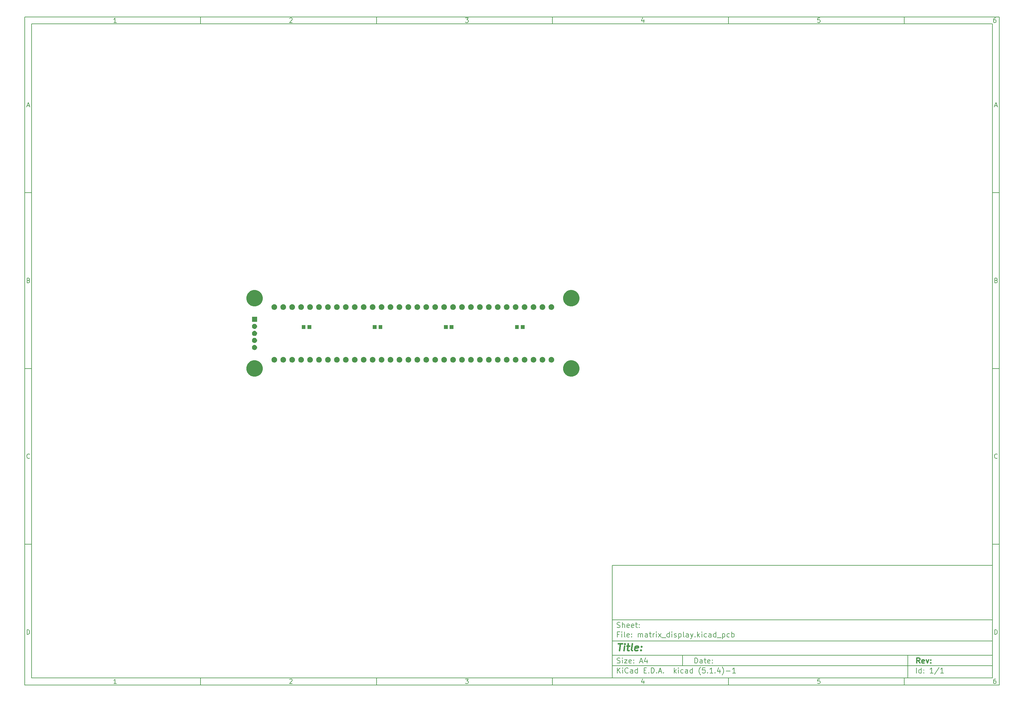
<source format=gbs>
G04 #@! TF.GenerationSoftware,KiCad,Pcbnew,(5.1.4)-1*
G04 #@! TF.CreationDate,2019-11-16T21:27:08+08:00*
G04 #@! TF.ProjectId,matrix_display,6d617472-6978-45f6-9469-73706c61792e,rev?*
G04 #@! TF.SameCoordinates,Original*
G04 #@! TF.FileFunction,Soldermask,Bot*
G04 #@! TF.FilePolarity,Negative*
%FSLAX46Y46*%
G04 Gerber Fmt 4.6, Leading zero omitted, Abs format (unit mm)*
G04 Created by KiCad (PCBNEW (5.1.4)-1) date 2019-11-16 21:27:08*
%MOMM*%
%LPD*%
G04 APERTURE LIST*
%ADD10C,0.150000*%
%ADD11C,0.300000*%
%ADD12C,0.400000*%
G04 APERTURE END LIST*
D10*
X177002200Y-166007200D02*
X177002200Y-198007200D01*
X285002200Y-198007200D01*
X285002200Y-166007200D01*
X177002200Y-166007200D01*
X10000000Y-10000000D02*
X10000000Y-200007200D01*
X287002200Y-200007200D01*
X287002200Y-10000000D01*
X10000000Y-10000000D01*
X12000000Y-12000000D02*
X12000000Y-198007200D01*
X285002200Y-198007200D01*
X285002200Y-12000000D01*
X12000000Y-12000000D01*
X60000000Y-12000000D02*
X60000000Y-10000000D01*
X110000000Y-12000000D02*
X110000000Y-10000000D01*
X160000000Y-12000000D02*
X160000000Y-10000000D01*
X210000000Y-12000000D02*
X210000000Y-10000000D01*
X260000000Y-12000000D02*
X260000000Y-10000000D01*
X36065476Y-11588095D02*
X35322619Y-11588095D01*
X35694047Y-11588095D02*
X35694047Y-10288095D01*
X35570238Y-10473809D01*
X35446428Y-10597619D01*
X35322619Y-10659523D01*
X85322619Y-10411904D02*
X85384523Y-10350000D01*
X85508333Y-10288095D01*
X85817857Y-10288095D01*
X85941666Y-10350000D01*
X86003571Y-10411904D01*
X86065476Y-10535714D01*
X86065476Y-10659523D01*
X86003571Y-10845238D01*
X85260714Y-11588095D01*
X86065476Y-11588095D01*
X135260714Y-10288095D02*
X136065476Y-10288095D01*
X135632142Y-10783333D01*
X135817857Y-10783333D01*
X135941666Y-10845238D01*
X136003571Y-10907142D01*
X136065476Y-11030952D01*
X136065476Y-11340476D01*
X136003571Y-11464285D01*
X135941666Y-11526190D01*
X135817857Y-11588095D01*
X135446428Y-11588095D01*
X135322619Y-11526190D01*
X135260714Y-11464285D01*
X185941666Y-10721428D02*
X185941666Y-11588095D01*
X185632142Y-10226190D02*
X185322619Y-11154761D01*
X186127380Y-11154761D01*
X236003571Y-10288095D02*
X235384523Y-10288095D01*
X235322619Y-10907142D01*
X235384523Y-10845238D01*
X235508333Y-10783333D01*
X235817857Y-10783333D01*
X235941666Y-10845238D01*
X236003571Y-10907142D01*
X236065476Y-11030952D01*
X236065476Y-11340476D01*
X236003571Y-11464285D01*
X235941666Y-11526190D01*
X235817857Y-11588095D01*
X235508333Y-11588095D01*
X235384523Y-11526190D01*
X235322619Y-11464285D01*
X285941666Y-10288095D02*
X285694047Y-10288095D01*
X285570238Y-10350000D01*
X285508333Y-10411904D01*
X285384523Y-10597619D01*
X285322619Y-10845238D01*
X285322619Y-11340476D01*
X285384523Y-11464285D01*
X285446428Y-11526190D01*
X285570238Y-11588095D01*
X285817857Y-11588095D01*
X285941666Y-11526190D01*
X286003571Y-11464285D01*
X286065476Y-11340476D01*
X286065476Y-11030952D01*
X286003571Y-10907142D01*
X285941666Y-10845238D01*
X285817857Y-10783333D01*
X285570238Y-10783333D01*
X285446428Y-10845238D01*
X285384523Y-10907142D01*
X285322619Y-11030952D01*
X60000000Y-198007200D02*
X60000000Y-200007200D01*
X110000000Y-198007200D02*
X110000000Y-200007200D01*
X160000000Y-198007200D02*
X160000000Y-200007200D01*
X210000000Y-198007200D02*
X210000000Y-200007200D01*
X260000000Y-198007200D02*
X260000000Y-200007200D01*
X36065476Y-199595295D02*
X35322619Y-199595295D01*
X35694047Y-199595295D02*
X35694047Y-198295295D01*
X35570238Y-198481009D01*
X35446428Y-198604819D01*
X35322619Y-198666723D01*
X85322619Y-198419104D02*
X85384523Y-198357200D01*
X85508333Y-198295295D01*
X85817857Y-198295295D01*
X85941666Y-198357200D01*
X86003571Y-198419104D01*
X86065476Y-198542914D01*
X86065476Y-198666723D01*
X86003571Y-198852438D01*
X85260714Y-199595295D01*
X86065476Y-199595295D01*
X135260714Y-198295295D02*
X136065476Y-198295295D01*
X135632142Y-198790533D01*
X135817857Y-198790533D01*
X135941666Y-198852438D01*
X136003571Y-198914342D01*
X136065476Y-199038152D01*
X136065476Y-199347676D01*
X136003571Y-199471485D01*
X135941666Y-199533390D01*
X135817857Y-199595295D01*
X135446428Y-199595295D01*
X135322619Y-199533390D01*
X135260714Y-199471485D01*
X185941666Y-198728628D02*
X185941666Y-199595295D01*
X185632142Y-198233390D02*
X185322619Y-199161961D01*
X186127380Y-199161961D01*
X236003571Y-198295295D02*
X235384523Y-198295295D01*
X235322619Y-198914342D01*
X235384523Y-198852438D01*
X235508333Y-198790533D01*
X235817857Y-198790533D01*
X235941666Y-198852438D01*
X236003571Y-198914342D01*
X236065476Y-199038152D01*
X236065476Y-199347676D01*
X236003571Y-199471485D01*
X235941666Y-199533390D01*
X235817857Y-199595295D01*
X235508333Y-199595295D01*
X235384523Y-199533390D01*
X235322619Y-199471485D01*
X285941666Y-198295295D02*
X285694047Y-198295295D01*
X285570238Y-198357200D01*
X285508333Y-198419104D01*
X285384523Y-198604819D01*
X285322619Y-198852438D01*
X285322619Y-199347676D01*
X285384523Y-199471485D01*
X285446428Y-199533390D01*
X285570238Y-199595295D01*
X285817857Y-199595295D01*
X285941666Y-199533390D01*
X286003571Y-199471485D01*
X286065476Y-199347676D01*
X286065476Y-199038152D01*
X286003571Y-198914342D01*
X285941666Y-198852438D01*
X285817857Y-198790533D01*
X285570238Y-198790533D01*
X285446428Y-198852438D01*
X285384523Y-198914342D01*
X285322619Y-199038152D01*
X10000000Y-60000000D02*
X12000000Y-60000000D01*
X10000000Y-110000000D02*
X12000000Y-110000000D01*
X10000000Y-160000000D02*
X12000000Y-160000000D01*
X10690476Y-35216666D02*
X11309523Y-35216666D01*
X10566666Y-35588095D02*
X11000000Y-34288095D01*
X11433333Y-35588095D01*
X11092857Y-84907142D02*
X11278571Y-84969047D01*
X11340476Y-85030952D01*
X11402380Y-85154761D01*
X11402380Y-85340476D01*
X11340476Y-85464285D01*
X11278571Y-85526190D01*
X11154761Y-85588095D01*
X10659523Y-85588095D01*
X10659523Y-84288095D01*
X11092857Y-84288095D01*
X11216666Y-84350000D01*
X11278571Y-84411904D01*
X11340476Y-84535714D01*
X11340476Y-84659523D01*
X11278571Y-84783333D01*
X11216666Y-84845238D01*
X11092857Y-84907142D01*
X10659523Y-84907142D01*
X11402380Y-135464285D02*
X11340476Y-135526190D01*
X11154761Y-135588095D01*
X11030952Y-135588095D01*
X10845238Y-135526190D01*
X10721428Y-135402380D01*
X10659523Y-135278571D01*
X10597619Y-135030952D01*
X10597619Y-134845238D01*
X10659523Y-134597619D01*
X10721428Y-134473809D01*
X10845238Y-134350000D01*
X11030952Y-134288095D01*
X11154761Y-134288095D01*
X11340476Y-134350000D01*
X11402380Y-134411904D01*
X10659523Y-185588095D02*
X10659523Y-184288095D01*
X10969047Y-184288095D01*
X11154761Y-184350000D01*
X11278571Y-184473809D01*
X11340476Y-184597619D01*
X11402380Y-184845238D01*
X11402380Y-185030952D01*
X11340476Y-185278571D01*
X11278571Y-185402380D01*
X11154761Y-185526190D01*
X10969047Y-185588095D01*
X10659523Y-185588095D01*
X287002200Y-60000000D02*
X285002200Y-60000000D01*
X287002200Y-110000000D02*
X285002200Y-110000000D01*
X287002200Y-160000000D02*
X285002200Y-160000000D01*
X285692676Y-35216666D02*
X286311723Y-35216666D01*
X285568866Y-35588095D02*
X286002200Y-34288095D01*
X286435533Y-35588095D01*
X286095057Y-84907142D02*
X286280771Y-84969047D01*
X286342676Y-85030952D01*
X286404580Y-85154761D01*
X286404580Y-85340476D01*
X286342676Y-85464285D01*
X286280771Y-85526190D01*
X286156961Y-85588095D01*
X285661723Y-85588095D01*
X285661723Y-84288095D01*
X286095057Y-84288095D01*
X286218866Y-84350000D01*
X286280771Y-84411904D01*
X286342676Y-84535714D01*
X286342676Y-84659523D01*
X286280771Y-84783333D01*
X286218866Y-84845238D01*
X286095057Y-84907142D01*
X285661723Y-84907142D01*
X286404580Y-135464285D02*
X286342676Y-135526190D01*
X286156961Y-135588095D01*
X286033152Y-135588095D01*
X285847438Y-135526190D01*
X285723628Y-135402380D01*
X285661723Y-135278571D01*
X285599819Y-135030952D01*
X285599819Y-134845238D01*
X285661723Y-134597619D01*
X285723628Y-134473809D01*
X285847438Y-134350000D01*
X286033152Y-134288095D01*
X286156961Y-134288095D01*
X286342676Y-134350000D01*
X286404580Y-134411904D01*
X285661723Y-185588095D02*
X285661723Y-184288095D01*
X285971247Y-184288095D01*
X286156961Y-184350000D01*
X286280771Y-184473809D01*
X286342676Y-184597619D01*
X286404580Y-184845238D01*
X286404580Y-185030952D01*
X286342676Y-185278571D01*
X286280771Y-185402380D01*
X286156961Y-185526190D01*
X285971247Y-185588095D01*
X285661723Y-185588095D01*
X200434342Y-193785771D02*
X200434342Y-192285771D01*
X200791485Y-192285771D01*
X201005771Y-192357200D01*
X201148628Y-192500057D01*
X201220057Y-192642914D01*
X201291485Y-192928628D01*
X201291485Y-193142914D01*
X201220057Y-193428628D01*
X201148628Y-193571485D01*
X201005771Y-193714342D01*
X200791485Y-193785771D01*
X200434342Y-193785771D01*
X202577200Y-193785771D02*
X202577200Y-193000057D01*
X202505771Y-192857200D01*
X202362914Y-192785771D01*
X202077200Y-192785771D01*
X201934342Y-192857200D01*
X202577200Y-193714342D02*
X202434342Y-193785771D01*
X202077200Y-193785771D01*
X201934342Y-193714342D01*
X201862914Y-193571485D01*
X201862914Y-193428628D01*
X201934342Y-193285771D01*
X202077200Y-193214342D01*
X202434342Y-193214342D01*
X202577200Y-193142914D01*
X203077200Y-192785771D02*
X203648628Y-192785771D01*
X203291485Y-192285771D02*
X203291485Y-193571485D01*
X203362914Y-193714342D01*
X203505771Y-193785771D01*
X203648628Y-193785771D01*
X204720057Y-193714342D02*
X204577200Y-193785771D01*
X204291485Y-193785771D01*
X204148628Y-193714342D01*
X204077200Y-193571485D01*
X204077200Y-193000057D01*
X204148628Y-192857200D01*
X204291485Y-192785771D01*
X204577200Y-192785771D01*
X204720057Y-192857200D01*
X204791485Y-193000057D01*
X204791485Y-193142914D01*
X204077200Y-193285771D01*
X205434342Y-193642914D02*
X205505771Y-193714342D01*
X205434342Y-193785771D01*
X205362914Y-193714342D01*
X205434342Y-193642914D01*
X205434342Y-193785771D01*
X205434342Y-192857200D02*
X205505771Y-192928628D01*
X205434342Y-193000057D01*
X205362914Y-192928628D01*
X205434342Y-192857200D01*
X205434342Y-193000057D01*
X177002200Y-194507200D02*
X285002200Y-194507200D01*
X178434342Y-196585771D02*
X178434342Y-195085771D01*
X179291485Y-196585771D02*
X178648628Y-195728628D01*
X179291485Y-195085771D02*
X178434342Y-195942914D01*
X179934342Y-196585771D02*
X179934342Y-195585771D01*
X179934342Y-195085771D02*
X179862914Y-195157200D01*
X179934342Y-195228628D01*
X180005771Y-195157200D01*
X179934342Y-195085771D01*
X179934342Y-195228628D01*
X181505771Y-196442914D02*
X181434342Y-196514342D01*
X181220057Y-196585771D01*
X181077200Y-196585771D01*
X180862914Y-196514342D01*
X180720057Y-196371485D01*
X180648628Y-196228628D01*
X180577200Y-195942914D01*
X180577200Y-195728628D01*
X180648628Y-195442914D01*
X180720057Y-195300057D01*
X180862914Y-195157200D01*
X181077200Y-195085771D01*
X181220057Y-195085771D01*
X181434342Y-195157200D01*
X181505771Y-195228628D01*
X182791485Y-196585771D02*
X182791485Y-195800057D01*
X182720057Y-195657200D01*
X182577200Y-195585771D01*
X182291485Y-195585771D01*
X182148628Y-195657200D01*
X182791485Y-196514342D02*
X182648628Y-196585771D01*
X182291485Y-196585771D01*
X182148628Y-196514342D01*
X182077200Y-196371485D01*
X182077200Y-196228628D01*
X182148628Y-196085771D01*
X182291485Y-196014342D01*
X182648628Y-196014342D01*
X182791485Y-195942914D01*
X184148628Y-196585771D02*
X184148628Y-195085771D01*
X184148628Y-196514342D02*
X184005771Y-196585771D01*
X183720057Y-196585771D01*
X183577200Y-196514342D01*
X183505771Y-196442914D01*
X183434342Y-196300057D01*
X183434342Y-195871485D01*
X183505771Y-195728628D01*
X183577200Y-195657200D01*
X183720057Y-195585771D01*
X184005771Y-195585771D01*
X184148628Y-195657200D01*
X186005771Y-195800057D02*
X186505771Y-195800057D01*
X186720057Y-196585771D02*
X186005771Y-196585771D01*
X186005771Y-195085771D01*
X186720057Y-195085771D01*
X187362914Y-196442914D02*
X187434342Y-196514342D01*
X187362914Y-196585771D01*
X187291485Y-196514342D01*
X187362914Y-196442914D01*
X187362914Y-196585771D01*
X188077200Y-196585771D02*
X188077200Y-195085771D01*
X188434342Y-195085771D01*
X188648628Y-195157200D01*
X188791485Y-195300057D01*
X188862914Y-195442914D01*
X188934342Y-195728628D01*
X188934342Y-195942914D01*
X188862914Y-196228628D01*
X188791485Y-196371485D01*
X188648628Y-196514342D01*
X188434342Y-196585771D01*
X188077200Y-196585771D01*
X189577200Y-196442914D02*
X189648628Y-196514342D01*
X189577200Y-196585771D01*
X189505771Y-196514342D01*
X189577200Y-196442914D01*
X189577200Y-196585771D01*
X190220057Y-196157200D02*
X190934342Y-196157200D01*
X190077200Y-196585771D02*
X190577200Y-195085771D01*
X191077200Y-196585771D01*
X191577200Y-196442914D02*
X191648628Y-196514342D01*
X191577200Y-196585771D01*
X191505771Y-196514342D01*
X191577200Y-196442914D01*
X191577200Y-196585771D01*
X194577200Y-196585771D02*
X194577200Y-195085771D01*
X194720057Y-196014342D02*
X195148628Y-196585771D01*
X195148628Y-195585771D02*
X194577200Y-196157200D01*
X195791485Y-196585771D02*
X195791485Y-195585771D01*
X195791485Y-195085771D02*
X195720057Y-195157200D01*
X195791485Y-195228628D01*
X195862914Y-195157200D01*
X195791485Y-195085771D01*
X195791485Y-195228628D01*
X197148628Y-196514342D02*
X197005771Y-196585771D01*
X196720057Y-196585771D01*
X196577200Y-196514342D01*
X196505771Y-196442914D01*
X196434342Y-196300057D01*
X196434342Y-195871485D01*
X196505771Y-195728628D01*
X196577200Y-195657200D01*
X196720057Y-195585771D01*
X197005771Y-195585771D01*
X197148628Y-195657200D01*
X198434342Y-196585771D02*
X198434342Y-195800057D01*
X198362914Y-195657200D01*
X198220057Y-195585771D01*
X197934342Y-195585771D01*
X197791485Y-195657200D01*
X198434342Y-196514342D02*
X198291485Y-196585771D01*
X197934342Y-196585771D01*
X197791485Y-196514342D01*
X197720057Y-196371485D01*
X197720057Y-196228628D01*
X197791485Y-196085771D01*
X197934342Y-196014342D01*
X198291485Y-196014342D01*
X198434342Y-195942914D01*
X199791485Y-196585771D02*
X199791485Y-195085771D01*
X199791485Y-196514342D02*
X199648628Y-196585771D01*
X199362914Y-196585771D01*
X199220057Y-196514342D01*
X199148628Y-196442914D01*
X199077200Y-196300057D01*
X199077200Y-195871485D01*
X199148628Y-195728628D01*
X199220057Y-195657200D01*
X199362914Y-195585771D01*
X199648628Y-195585771D01*
X199791485Y-195657200D01*
X202077200Y-197157200D02*
X202005771Y-197085771D01*
X201862914Y-196871485D01*
X201791485Y-196728628D01*
X201720057Y-196514342D01*
X201648628Y-196157200D01*
X201648628Y-195871485D01*
X201720057Y-195514342D01*
X201791485Y-195300057D01*
X201862914Y-195157200D01*
X202005771Y-194942914D01*
X202077200Y-194871485D01*
X203362914Y-195085771D02*
X202648628Y-195085771D01*
X202577200Y-195800057D01*
X202648628Y-195728628D01*
X202791485Y-195657200D01*
X203148628Y-195657200D01*
X203291485Y-195728628D01*
X203362914Y-195800057D01*
X203434342Y-195942914D01*
X203434342Y-196300057D01*
X203362914Y-196442914D01*
X203291485Y-196514342D01*
X203148628Y-196585771D01*
X202791485Y-196585771D01*
X202648628Y-196514342D01*
X202577200Y-196442914D01*
X204077200Y-196442914D02*
X204148628Y-196514342D01*
X204077200Y-196585771D01*
X204005771Y-196514342D01*
X204077200Y-196442914D01*
X204077200Y-196585771D01*
X205577200Y-196585771D02*
X204720057Y-196585771D01*
X205148628Y-196585771D02*
X205148628Y-195085771D01*
X205005771Y-195300057D01*
X204862914Y-195442914D01*
X204720057Y-195514342D01*
X206220057Y-196442914D02*
X206291485Y-196514342D01*
X206220057Y-196585771D01*
X206148628Y-196514342D01*
X206220057Y-196442914D01*
X206220057Y-196585771D01*
X207577200Y-195585771D02*
X207577200Y-196585771D01*
X207220057Y-195014342D02*
X206862914Y-196085771D01*
X207791485Y-196085771D01*
X208220057Y-197157200D02*
X208291485Y-197085771D01*
X208434342Y-196871485D01*
X208505771Y-196728628D01*
X208577200Y-196514342D01*
X208648628Y-196157200D01*
X208648628Y-195871485D01*
X208577200Y-195514342D01*
X208505771Y-195300057D01*
X208434342Y-195157200D01*
X208291485Y-194942914D01*
X208220057Y-194871485D01*
X209362914Y-196014342D02*
X210505771Y-196014342D01*
X212005771Y-196585771D02*
X211148628Y-196585771D01*
X211577200Y-196585771D02*
X211577200Y-195085771D01*
X211434342Y-195300057D01*
X211291485Y-195442914D01*
X211148628Y-195514342D01*
X177002200Y-191507200D02*
X285002200Y-191507200D01*
D11*
X264411485Y-193785771D02*
X263911485Y-193071485D01*
X263554342Y-193785771D02*
X263554342Y-192285771D01*
X264125771Y-192285771D01*
X264268628Y-192357200D01*
X264340057Y-192428628D01*
X264411485Y-192571485D01*
X264411485Y-192785771D01*
X264340057Y-192928628D01*
X264268628Y-193000057D01*
X264125771Y-193071485D01*
X263554342Y-193071485D01*
X265625771Y-193714342D02*
X265482914Y-193785771D01*
X265197200Y-193785771D01*
X265054342Y-193714342D01*
X264982914Y-193571485D01*
X264982914Y-193000057D01*
X265054342Y-192857200D01*
X265197200Y-192785771D01*
X265482914Y-192785771D01*
X265625771Y-192857200D01*
X265697200Y-193000057D01*
X265697200Y-193142914D01*
X264982914Y-193285771D01*
X266197200Y-192785771D02*
X266554342Y-193785771D01*
X266911485Y-192785771D01*
X267482914Y-193642914D02*
X267554342Y-193714342D01*
X267482914Y-193785771D01*
X267411485Y-193714342D01*
X267482914Y-193642914D01*
X267482914Y-193785771D01*
X267482914Y-192857200D02*
X267554342Y-192928628D01*
X267482914Y-193000057D01*
X267411485Y-192928628D01*
X267482914Y-192857200D01*
X267482914Y-193000057D01*
D10*
X178362914Y-193714342D02*
X178577200Y-193785771D01*
X178934342Y-193785771D01*
X179077200Y-193714342D01*
X179148628Y-193642914D01*
X179220057Y-193500057D01*
X179220057Y-193357200D01*
X179148628Y-193214342D01*
X179077200Y-193142914D01*
X178934342Y-193071485D01*
X178648628Y-193000057D01*
X178505771Y-192928628D01*
X178434342Y-192857200D01*
X178362914Y-192714342D01*
X178362914Y-192571485D01*
X178434342Y-192428628D01*
X178505771Y-192357200D01*
X178648628Y-192285771D01*
X179005771Y-192285771D01*
X179220057Y-192357200D01*
X179862914Y-193785771D02*
X179862914Y-192785771D01*
X179862914Y-192285771D02*
X179791485Y-192357200D01*
X179862914Y-192428628D01*
X179934342Y-192357200D01*
X179862914Y-192285771D01*
X179862914Y-192428628D01*
X180434342Y-192785771D02*
X181220057Y-192785771D01*
X180434342Y-193785771D01*
X181220057Y-193785771D01*
X182362914Y-193714342D02*
X182220057Y-193785771D01*
X181934342Y-193785771D01*
X181791485Y-193714342D01*
X181720057Y-193571485D01*
X181720057Y-193000057D01*
X181791485Y-192857200D01*
X181934342Y-192785771D01*
X182220057Y-192785771D01*
X182362914Y-192857200D01*
X182434342Y-193000057D01*
X182434342Y-193142914D01*
X181720057Y-193285771D01*
X183077200Y-193642914D02*
X183148628Y-193714342D01*
X183077200Y-193785771D01*
X183005771Y-193714342D01*
X183077200Y-193642914D01*
X183077200Y-193785771D01*
X183077200Y-192857200D02*
X183148628Y-192928628D01*
X183077200Y-193000057D01*
X183005771Y-192928628D01*
X183077200Y-192857200D01*
X183077200Y-193000057D01*
X184862914Y-193357200D02*
X185577200Y-193357200D01*
X184720057Y-193785771D02*
X185220057Y-192285771D01*
X185720057Y-193785771D01*
X186862914Y-192785771D02*
X186862914Y-193785771D01*
X186505771Y-192214342D02*
X186148628Y-193285771D01*
X187077200Y-193285771D01*
X263434342Y-196585771D02*
X263434342Y-195085771D01*
X264791485Y-196585771D02*
X264791485Y-195085771D01*
X264791485Y-196514342D02*
X264648628Y-196585771D01*
X264362914Y-196585771D01*
X264220057Y-196514342D01*
X264148628Y-196442914D01*
X264077200Y-196300057D01*
X264077200Y-195871485D01*
X264148628Y-195728628D01*
X264220057Y-195657200D01*
X264362914Y-195585771D01*
X264648628Y-195585771D01*
X264791485Y-195657200D01*
X265505771Y-196442914D02*
X265577200Y-196514342D01*
X265505771Y-196585771D01*
X265434342Y-196514342D01*
X265505771Y-196442914D01*
X265505771Y-196585771D01*
X265505771Y-195657200D02*
X265577200Y-195728628D01*
X265505771Y-195800057D01*
X265434342Y-195728628D01*
X265505771Y-195657200D01*
X265505771Y-195800057D01*
X268148628Y-196585771D02*
X267291485Y-196585771D01*
X267720057Y-196585771D02*
X267720057Y-195085771D01*
X267577200Y-195300057D01*
X267434342Y-195442914D01*
X267291485Y-195514342D01*
X269862914Y-195014342D02*
X268577200Y-196942914D01*
X271148628Y-196585771D02*
X270291485Y-196585771D01*
X270720057Y-196585771D02*
X270720057Y-195085771D01*
X270577200Y-195300057D01*
X270434342Y-195442914D01*
X270291485Y-195514342D01*
X177002200Y-187507200D02*
X285002200Y-187507200D01*
D12*
X178714580Y-188211961D02*
X179857438Y-188211961D01*
X179036009Y-190211961D02*
X179286009Y-188211961D01*
X180274104Y-190211961D02*
X180440771Y-188878628D01*
X180524104Y-188211961D02*
X180416961Y-188307200D01*
X180500295Y-188402438D01*
X180607438Y-188307200D01*
X180524104Y-188211961D01*
X180500295Y-188402438D01*
X181107438Y-188878628D02*
X181869342Y-188878628D01*
X181476485Y-188211961D02*
X181262200Y-189926247D01*
X181333628Y-190116723D01*
X181512200Y-190211961D01*
X181702676Y-190211961D01*
X182655057Y-190211961D02*
X182476485Y-190116723D01*
X182405057Y-189926247D01*
X182619342Y-188211961D01*
X184190771Y-190116723D02*
X183988390Y-190211961D01*
X183607438Y-190211961D01*
X183428866Y-190116723D01*
X183357438Y-189926247D01*
X183452676Y-189164342D01*
X183571723Y-188973866D01*
X183774104Y-188878628D01*
X184155057Y-188878628D01*
X184333628Y-188973866D01*
X184405057Y-189164342D01*
X184381247Y-189354819D01*
X183405057Y-189545295D01*
X185155057Y-190021485D02*
X185238390Y-190116723D01*
X185131247Y-190211961D01*
X185047914Y-190116723D01*
X185155057Y-190021485D01*
X185131247Y-190211961D01*
X185286009Y-188973866D02*
X185369342Y-189069104D01*
X185262200Y-189164342D01*
X185178866Y-189069104D01*
X185286009Y-188973866D01*
X185262200Y-189164342D01*
D10*
X178934342Y-185600057D02*
X178434342Y-185600057D01*
X178434342Y-186385771D02*
X178434342Y-184885771D01*
X179148628Y-184885771D01*
X179720057Y-186385771D02*
X179720057Y-185385771D01*
X179720057Y-184885771D02*
X179648628Y-184957200D01*
X179720057Y-185028628D01*
X179791485Y-184957200D01*
X179720057Y-184885771D01*
X179720057Y-185028628D01*
X180648628Y-186385771D02*
X180505771Y-186314342D01*
X180434342Y-186171485D01*
X180434342Y-184885771D01*
X181791485Y-186314342D02*
X181648628Y-186385771D01*
X181362914Y-186385771D01*
X181220057Y-186314342D01*
X181148628Y-186171485D01*
X181148628Y-185600057D01*
X181220057Y-185457200D01*
X181362914Y-185385771D01*
X181648628Y-185385771D01*
X181791485Y-185457200D01*
X181862914Y-185600057D01*
X181862914Y-185742914D01*
X181148628Y-185885771D01*
X182505771Y-186242914D02*
X182577200Y-186314342D01*
X182505771Y-186385771D01*
X182434342Y-186314342D01*
X182505771Y-186242914D01*
X182505771Y-186385771D01*
X182505771Y-185457200D02*
X182577200Y-185528628D01*
X182505771Y-185600057D01*
X182434342Y-185528628D01*
X182505771Y-185457200D01*
X182505771Y-185600057D01*
X184362914Y-186385771D02*
X184362914Y-185385771D01*
X184362914Y-185528628D02*
X184434342Y-185457200D01*
X184577200Y-185385771D01*
X184791485Y-185385771D01*
X184934342Y-185457200D01*
X185005771Y-185600057D01*
X185005771Y-186385771D01*
X185005771Y-185600057D02*
X185077200Y-185457200D01*
X185220057Y-185385771D01*
X185434342Y-185385771D01*
X185577200Y-185457200D01*
X185648628Y-185600057D01*
X185648628Y-186385771D01*
X187005771Y-186385771D02*
X187005771Y-185600057D01*
X186934342Y-185457200D01*
X186791485Y-185385771D01*
X186505771Y-185385771D01*
X186362914Y-185457200D01*
X187005771Y-186314342D02*
X186862914Y-186385771D01*
X186505771Y-186385771D01*
X186362914Y-186314342D01*
X186291485Y-186171485D01*
X186291485Y-186028628D01*
X186362914Y-185885771D01*
X186505771Y-185814342D01*
X186862914Y-185814342D01*
X187005771Y-185742914D01*
X187505771Y-185385771D02*
X188077200Y-185385771D01*
X187720057Y-184885771D02*
X187720057Y-186171485D01*
X187791485Y-186314342D01*
X187934342Y-186385771D01*
X188077200Y-186385771D01*
X188577200Y-186385771D02*
X188577200Y-185385771D01*
X188577200Y-185671485D02*
X188648628Y-185528628D01*
X188720057Y-185457200D01*
X188862914Y-185385771D01*
X189005771Y-185385771D01*
X189505771Y-186385771D02*
X189505771Y-185385771D01*
X189505771Y-184885771D02*
X189434342Y-184957200D01*
X189505771Y-185028628D01*
X189577200Y-184957200D01*
X189505771Y-184885771D01*
X189505771Y-185028628D01*
X190077200Y-186385771D02*
X190862914Y-185385771D01*
X190077200Y-185385771D02*
X190862914Y-186385771D01*
X191077200Y-186528628D02*
X192220057Y-186528628D01*
X193220057Y-186385771D02*
X193220057Y-184885771D01*
X193220057Y-186314342D02*
X193077200Y-186385771D01*
X192791485Y-186385771D01*
X192648628Y-186314342D01*
X192577200Y-186242914D01*
X192505771Y-186100057D01*
X192505771Y-185671485D01*
X192577200Y-185528628D01*
X192648628Y-185457200D01*
X192791485Y-185385771D01*
X193077200Y-185385771D01*
X193220057Y-185457200D01*
X193934342Y-186385771D02*
X193934342Y-185385771D01*
X193934342Y-184885771D02*
X193862914Y-184957200D01*
X193934342Y-185028628D01*
X194005771Y-184957200D01*
X193934342Y-184885771D01*
X193934342Y-185028628D01*
X194577200Y-186314342D02*
X194720057Y-186385771D01*
X195005771Y-186385771D01*
X195148628Y-186314342D01*
X195220057Y-186171485D01*
X195220057Y-186100057D01*
X195148628Y-185957200D01*
X195005771Y-185885771D01*
X194791485Y-185885771D01*
X194648628Y-185814342D01*
X194577200Y-185671485D01*
X194577200Y-185600057D01*
X194648628Y-185457200D01*
X194791485Y-185385771D01*
X195005771Y-185385771D01*
X195148628Y-185457200D01*
X195862914Y-185385771D02*
X195862914Y-186885771D01*
X195862914Y-185457200D02*
X196005771Y-185385771D01*
X196291485Y-185385771D01*
X196434342Y-185457200D01*
X196505771Y-185528628D01*
X196577200Y-185671485D01*
X196577200Y-186100057D01*
X196505771Y-186242914D01*
X196434342Y-186314342D01*
X196291485Y-186385771D01*
X196005771Y-186385771D01*
X195862914Y-186314342D01*
X197434342Y-186385771D02*
X197291485Y-186314342D01*
X197220057Y-186171485D01*
X197220057Y-184885771D01*
X198648628Y-186385771D02*
X198648628Y-185600057D01*
X198577200Y-185457200D01*
X198434342Y-185385771D01*
X198148628Y-185385771D01*
X198005771Y-185457200D01*
X198648628Y-186314342D02*
X198505771Y-186385771D01*
X198148628Y-186385771D01*
X198005771Y-186314342D01*
X197934342Y-186171485D01*
X197934342Y-186028628D01*
X198005771Y-185885771D01*
X198148628Y-185814342D01*
X198505771Y-185814342D01*
X198648628Y-185742914D01*
X199220057Y-185385771D02*
X199577200Y-186385771D01*
X199934342Y-185385771D02*
X199577200Y-186385771D01*
X199434342Y-186742914D01*
X199362914Y-186814342D01*
X199220057Y-186885771D01*
X200505771Y-186242914D02*
X200577200Y-186314342D01*
X200505771Y-186385771D01*
X200434342Y-186314342D01*
X200505771Y-186242914D01*
X200505771Y-186385771D01*
X201220057Y-186385771D02*
X201220057Y-184885771D01*
X201362914Y-185814342D02*
X201791485Y-186385771D01*
X201791485Y-185385771D02*
X201220057Y-185957200D01*
X202434342Y-186385771D02*
X202434342Y-185385771D01*
X202434342Y-184885771D02*
X202362914Y-184957200D01*
X202434342Y-185028628D01*
X202505771Y-184957200D01*
X202434342Y-184885771D01*
X202434342Y-185028628D01*
X203791485Y-186314342D02*
X203648628Y-186385771D01*
X203362914Y-186385771D01*
X203220057Y-186314342D01*
X203148628Y-186242914D01*
X203077200Y-186100057D01*
X203077200Y-185671485D01*
X203148628Y-185528628D01*
X203220057Y-185457200D01*
X203362914Y-185385771D01*
X203648628Y-185385771D01*
X203791485Y-185457200D01*
X205077200Y-186385771D02*
X205077200Y-185600057D01*
X205005771Y-185457200D01*
X204862914Y-185385771D01*
X204577200Y-185385771D01*
X204434342Y-185457200D01*
X205077200Y-186314342D02*
X204934342Y-186385771D01*
X204577200Y-186385771D01*
X204434342Y-186314342D01*
X204362914Y-186171485D01*
X204362914Y-186028628D01*
X204434342Y-185885771D01*
X204577200Y-185814342D01*
X204934342Y-185814342D01*
X205077200Y-185742914D01*
X206434342Y-186385771D02*
X206434342Y-184885771D01*
X206434342Y-186314342D02*
X206291485Y-186385771D01*
X206005771Y-186385771D01*
X205862914Y-186314342D01*
X205791485Y-186242914D01*
X205720057Y-186100057D01*
X205720057Y-185671485D01*
X205791485Y-185528628D01*
X205862914Y-185457200D01*
X206005771Y-185385771D01*
X206291485Y-185385771D01*
X206434342Y-185457200D01*
X206791485Y-186528628D02*
X207934342Y-186528628D01*
X208291485Y-185385771D02*
X208291485Y-186885771D01*
X208291485Y-185457200D02*
X208434342Y-185385771D01*
X208720057Y-185385771D01*
X208862914Y-185457200D01*
X208934342Y-185528628D01*
X209005771Y-185671485D01*
X209005771Y-186100057D01*
X208934342Y-186242914D01*
X208862914Y-186314342D01*
X208720057Y-186385771D01*
X208434342Y-186385771D01*
X208291485Y-186314342D01*
X210291485Y-186314342D02*
X210148628Y-186385771D01*
X209862914Y-186385771D01*
X209720057Y-186314342D01*
X209648628Y-186242914D01*
X209577200Y-186100057D01*
X209577200Y-185671485D01*
X209648628Y-185528628D01*
X209720057Y-185457200D01*
X209862914Y-185385771D01*
X210148628Y-185385771D01*
X210291485Y-185457200D01*
X210934342Y-186385771D02*
X210934342Y-184885771D01*
X210934342Y-185457200D02*
X211077200Y-185385771D01*
X211362914Y-185385771D01*
X211505771Y-185457200D01*
X211577200Y-185528628D01*
X211648628Y-185671485D01*
X211648628Y-186100057D01*
X211577200Y-186242914D01*
X211505771Y-186314342D01*
X211362914Y-186385771D01*
X211077200Y-186385771D01*
X210934342Y-186314342D01*
X177002200Y-181507200D02*
X285002200Y-181507200D01*
X178362914Y-183614342D02*
X178577200Y-183685771D01*
X178934342Y-183685771D01*
X179077200Y-183614342D01*
X179148628Y-183542914D01*
X179220057Y-183400057D01*
X179220057Y-183257200D01*
X179148628Y-183114342D01*
X179077200Y-183042914D01*
X178934342Y-182971485D01*
X178648628Y-182900057D01*
X178505771Y-182828628D01*
X178434342Y-182757200D01*
X178362914Y-182614342D01*
X178362914Y-182471485D01*
X178434342Y-182328628D01*
X178505771Y-182257200D01*
X178648628Y-182185771D01*
X179005771Y-182185771D01*
X179220057Y-182257200D01*
X179862914Y-183685771D02*
X179862914Y-182185771D01*
X180505771Y-183685771D02*
X180505771Y-182900057D01*
X180434342Y-182757200D01*
X180291485Y-182685771D01*
X180077200Y-182685771D01*
X179934342Y-182757200D01*
X179862914Y-182828628D01*
X181791485Y-183614342D02*
X181648628Y-183685771D01*
X181362914Y-183685771D01*
X181220057Y-183614342D01*
X181148628Y-183471485D01*
X181148628Y-182900057D01*
X181220057Y-182757200D01*
X181362914Y-182685771D01*
X181648628Y-182685771D01*
X181791485Y-182757200D01*
X181862914Y-182900057D01*
X181862914Y-183042914D01*
X181148628Y-183185771D01*
X183077200Y-183614342D02*
X182934342Y-183685771D01*
X182648628Y-183685771D01*
X182505771Y-183614342D01*
X182434342Y-183471485D01*
X182434342Y-182900057D01*
X182505771Y-182757200D01*
X182648628Y-182685771D01*
X182934342Y-182685771D01*
X183077200Y-182757200D01*
X183148628Y-182900057D01*
X183148628Y-183042914D01*
X182434342Y-183185771D01*
X183577200Y-182685771D02*
X184148628Y-182685771D01*
X183791485Y-182185771D02*
X183791485Y-183471485D01*
X183862914Y-183614342D01*
X184005771Y-183685771D01*
X184148628Y-183685771D01*
X184648628Y-183542914D02*
X184720057Y-183614342D01*
X184648628Y-183685771D01*
X184577200Y-183614342D01*
X184648628Y-183542914D01*
X184648628Y-183685771D01*
X184648628Y-182757200D02*
X184720057Y-182828628D01*
X184648628Y-182900057D01*
X184577200Y-182828628D01*
X184648628Y-182757200D01*
X184648628Y-182900057D01*
X197002200Y-191507200D02*
X197002200Y-194507200D01*
X261002200Y-191507200D02*
X261002200Y-198007200D01*
G36*
X165999927Y-107758578D02*
G01*
X166175643Y-107831362D01*
X166424143Y-107934294D01*
X166805926Y-108189394D01*
X167130606Y-108514074D01*
X167385706Y-108895857D01*
X167488638Y-109144357D01*
X167561422Y-109320073D01*
X167651000Y-109770415D01*
X167651000Y-110229585D01*
X167561422Y-110679927D01*
X167488638Y-110855643D01*
X167385706Y-111104143D01*
X167130606Y-111485926D01*
X166805926Y-111810606D01*
X166424143Y-112065706D01*
X166175643Y-112168638D01*
X165999927Y-112241422D01*
X165549585Y-112331000D01*
X165090415Y-112331000D01*
X164640073Y-112241422D01*
X164464357Y-112168638D01*
X164215857Y-112065706D01*
X163834074Y-111810606D01*
X163509394Y-111485926D01*
X163254294Y-111104143D01*
X163151362Y-110855643D01*
X163078578Y-110679927D01*
X162989000Y-110229585D01*
X162989000Y-109770415D01*
X163078578Y-109320073D01*
X163151362Y-109144357D01*
X163254294Y-108895857D01*
X163509394Y-108514074D01*
X163834074Y-108189394D01*
X164215857Y-107934294D01*
X164464357Y-107831362D01*
X164640073Y-107758578D01*
X165090415Y-107669000D01*
X165549585Y-107669000D01*
X165999927Y-107758578D01*
X165999927Y-107758578D01*
G37*
G36*
X75999927Y-107758578D02*
G01*
X76175643Y-107831362D01*
X76424143Y-107934294D01*
X76805926Y-108189394D01*
X77130606Y-108514074D01*
X77385706Y-108895857D01*
X77488638Y-109144357D01*
X77561422Y-109320073D01*
X77651000Y-109770415D01*
X77651000Y-110229585D01*
X77561422Y-110679927D01*
X77488638Y-110855643D01*
X77385706Y-111104143D01*
X77130606Y-111485926D01*
X76805926Y-111810606D01*
X76424143Y-112065706D01*
X76175643Y-112168638D01*
X75999927Y-112241422D01*
X75549585Y-112331000D01*
X75090415Y-112331000D01*
X74640073Y-112241422D01*
X74464357Y-112168638D01*
X74215857Y-112065706D01*
X73834074Y-111810606D01*
X73509394Y-111485926D01*
X73254294Y-111104143D01*
X73151362Y-110855643D01*
X73078578Y-110679927D01*
X72989000Y-110229585D01*
X72989000Y-109770415D01*
X73078578Y-109320073D01*
X73151362Y-109144357D01*
X73254294Y-108895857D01*
X73509394Y-108514074D01*
X73834074Y-108189394D01*
X74215857Y-107934294D01*
X74464357Y-107831362D01*
X74640073Y-107758578D01*
X75090415Y-107669000D01*
X75549585Y-107669000D01*
X75999927Y-107758578D01*
X75999927Y-107758578D01*
G37*
G36*
X139603642Y-106729781D02*
G01*
X139749414Y-106790162D01*
X139749416Y-106790163D01*
X139880608Y-106877822D01*
X139992178Y-106989392D01*
X140079837Y-107120584D01*
X140079838Y-107120586D01*
X140140219Y-107266358D01*
X140171000Y-107421107D01*
X140171000Y-107578893D01*
X140140219Y-107733642D01*
X140079838Y-107879414D01*
X140079837Y-107879416D01*
X139992178Y-108010608D01*
X139880608Y-108122178D01*
X139749416Y-108209837D01*
X139749415Y-108209838D01*
X139749414Y-108209838D01*
X139603642Y-108270219D01*
X139448893Y-108301000D01*
X139291107Y-108301000D01*
X139136358Y-108270219D01*
X138990586Y-108209838D01*
X138990585Y-108209838D01*
X138990584Y-108209837D01*
X138859392Y-108122178D01*
X138747822Y-108010608D01*
X138660163Y-107879416D01*
X138660162Y-107879414D01*
X138599781Y-107733642D01*
X138569000Y-107578893D01*
X138569000Y-107421107D01*
X138599781Y-107266358D01*
X138660162Y-107120586D01*
X138660163Y-107120584D01*
X138747822Y-106989392D01*
X138859392Y-106877822D01*
X138990584Y-106790163D01*
X138990586Y-106790162D01*
X139136358Y-106729781D01*
X139291107Y-106699000D01*
X139448893Y-106699000D01*
X139603642Y-106729781D01*
X139603642Y-106729781D01*
G37*
G36*
X131983642Y-106729781D02*
G01*
X132129414Y-106790162D01*
X132129416Y-106790163D01*
X132260608Y-106877822D01*
X132372178Y-106989392D01*
X132459837Y-107120584D01*
X132459838Y-107120586D01*
X132520219Y-107266358D01*
X132551000Y-107421107D01*
X132551000Y-107578893D01*
X132520219Y-107733642D01*
X132459838Y-107879414D01*
X132459837Y-107879416D01*
X132372178Y-108010608D01*
X132260608Y-108122178D01*
X132129416Y-108209837D01*
X132129415Y-108209838D01*
X132129414Y-108209838D01*
X131983642Y-108270219D01*
X131828893Y-108301000D01*
X131671107Y-108301000D01*
X131516358Y-108270219D01*
X131370586Y-108209838D01*
X131370585Y-108209838D01*
X131370584Y-108209837D01*
X131239392Y-108122178D01*
X131127822Y-108010608D01*
X131040163Y-107879416D01*
X131040162Y-107879414D01*
X130979781Y-107733642D01*
X130949000Y-107578893D01*
X130949000Y-107421107D01*
X130979781Y-107266358D01*
X131040162Y-107120586D01*
X131040163Y-107120584D01*
X131127822Y-106989392D01*
X131239392Y-106877822D01*
X131370584Y-106790163D01*
X131370586Y-106790162D01*
X131516358Y-106729781D01*
X131671107Y-106699000D01*
X131828893Y-106699000D01*
X131983642Y-106729781D01*
X131983642Y-106729781D01*
G37*
G36*
X137063642Y-106729781D02*
G01*
X137209414Y-106790162D01*
X137209416Y-106790163D01*
X137340608Y-106877822D01*
X137452178Y-106989392D01*
X137539837Y-107120584D01*
X137539838Y-107120586D01*
X137600219Y-107266358D01*
X137631000Y-107421107D01*
X137631000Y-107578893D01*
X137600219Y-107733642D01*
X137539838Y-107879414D01*
X137539837Y-107879416D01*
X137452178Y-108010608D01*
X137340608Y-108122178D01*
X137209416Y-108209837D01*
X137209415Y-108209838D01*
X137209414Y-108209838D01*
X137063642Y-108270219D01*
X136908893Y-108301000D01*
X136751107Y-108301000D01*
X136596358Y-108270219D01*
X136450586Y-108209838D01*
X136450585Y-108209838D01*
X136450584Y-108209837D01*
X136319392Y-108122178D01*
X136207822Y-108010608D01*
X136120163Y-107879416D01*
X136120162Y-107879414D01*
X136059781Y-107733642D01*
X136029000Y-107578893D01*
X136029000Y-107421107D01*
X136059781Y-107266358D01*
X136120162Y-107120586D01*
X136120163Y-107120584D01*
X136207822Y-106989392D01*
X136319392Y-106877822D01*
X136450584Y-106790163D01*
X136450586Y-106790162D01*
X136596358Y-106729781D01*
X136751107Y-106699000D01*
X136908893Y-106699000D01*
X137063642Y-106729781D01*
X137063642Y-106729781D01*
G37*
G36*
X134523642Y-106729781D02*
G01*
X134669414Y-106790162D01*
X134669416Y-106790163D01*
X134800608Y-106877822D01*
X134912178Y-106989392D01*
X134999837Y-107120584D01*
X134999838Y-107120586D01*
X135060219Y-107266358D01*
X135091000Y-107421107D01*
X135091000Y-107578893D01*
X135060219Y-107733642D01*
X134999838Y-107879414D01*
X134999837Y-107879416D01*
X134912178Y-108010608D01*
X134800608Y-108122178D01*
X134669416Y-108209837D01*
X134669415Y-108209838D01*
X134669414Y-108209838D01*
X134523642Y-108270219D01*
X134368893Y-108301000D01*
X134211107Y-108301000D01*
X134056358Y-108270219D01*
X133910586Y-108209838D01*
X133910585Y-108209838D01*
X133910584Y-108209837D01*
X133779392Y-108122178D01*
X133667822Y-108010608D01*
X133580163Y-107879416D01*
X133580162Y-107879414D01*
X133519781Y-107733642D01*
X133489000Y-107578893D01*
X133489000Y-107421107D01*
X133519781Y-107266358D01*
X133580162Y-107120586D01*
X133580163Y-107120584D01*
X133667822Y-106989392D01*
X133779392Y-106877822D01*
X133910584Y-106790163D01*
X133910586Y-106790162D01*
X134056358Y-106729781D01*
X134211107Y-106699000D01*
X134368893Y-106699000D01*
X134523642Y-106729781D01*
X134523642Y-106729781D01*
G37*
G36*
X129443642Y-106729781D02*
G01*
X129589414Y-106790162D01*
X129589416Y-106790163D01*
X129720608Y-106877822D01*
X129832178Y-106989392D01*
X129919837Y-107120584D01*
X129919838Y-107120586D01*
X129980219Y-107266358D01*
X130011000Y-107421107D01*
X130011000Y-107578893D01*
X129980219Y-107733642D01*
X129919838Y-107879414D01*
X129919837Y-107879416D01*
X129832178Y-108010608D01*
X129720608Y-108122178D01*
X129589416Y-108209837D01*
X129589415Y-108209838D01*
X129589414Y-108209838D01*
X129443642Y-108270219D01*
X129288893Y-108301000D01*
X129131107Y-108301000D01*
X128976358Y-108270219D01*
X128830586Y-108209838D01*
X128830585Y-108209838D01*
X128830584Y-108209837D01*
X128699392Y-108122178D01*
X128587822Y-108010608D01*
X128500163Y-107879416D01*
X128500162Y-107879414D01*
X128439781Y-107733642D01*
X128409000Y-107578893D01*
X128409000Y-107421107D01*
X128439781Y-107266358D01*
X128500162Y-107120586D01*
X128500163Y-107120584D01*
X128587822Y-106989392D01*
X128699392Y-106877822D01*
X128830584Y-106790163D01*
X128830586Y-106790162D01*
X128976358Y-106729781D01*
X129131107Y-106699000D01*
X129288893Y-106699000D01*
X129443642Y-106729781D01*
X129443642Y-106729781D01*
G37*
G36*
X126903642Y-106729781D02*
G01*
X127049414Y-106790162D01*
X127049416Y-106790163D01*
X127180608Y-106877822D01*
X127292178Y-106989392D01*
X127379837Y-107120584D01*
X127379838Y-107120586D01*
X127440219Y-107266358D01*
X127471000Y-107421107D01*
X127471000Y-107578893D01*
X127440219Y-107733642D01*
X127379838Y-107879414D01*
X127379837Y-107879416D01*
X127292178Y-108010608D01*
X127180608Y-108122178D01*
X127049416Y-108209837D01*
X127049415Y-108209838D01*
X127049414Y-108209838D01*
X126903642Y-108270219D01*
X126748893Y-108301000D01*
X126591107Y-108301000D01*
X126436358Y-108270219D01*
X126290586Y-108209838D01*
X126290585Y-108209838D01*
X126290584Y-108209837D01*
X126159392Y-108122178D01*
X126047822Y-108010608D01*
X125960163Y-107879416D01*
X125960162Y-107879414D01*
X125899781Y-107733642D01*
X125869000Y-107578893D01*
X125869000Y-107421107D01*
X125899781Y-107266358D01*
X125960162Y-107120586D01*
X125960163Y-107120584D01*
X126047822Y-106989392D01*
X126159392Y-106877822D01*
X126290584Y-106790163D01*
X126290586Y-106790162D01*
X126436358Y-106729781D01*
X126591107Y-106699000D01*
X126748893Y-106699000D01*
X126903642Y-106729781D01*
X126903642Y-106729781D01*
G37*
G36*
X124363642Y-106729781D02*
G01*
X124509414Y-106790162D01*
X124509416Y-106790163D01*
X124640608Y-106877822D01*
X124752178Y-106989392D01*
X124839837Y-107120584D01*
X124839838Y-107120586D01*
X124900219Y-107266358D01*
X124931000Y-107421107D01*
X124931000Y-107578893D01*
X124900219Y-107733642D01*
X124839838Y-107879414D01*
X124839837Y-107879416D01*
X124752178Y-108010608D01*
X124640608Y-108122178D01*
X124509416Y-108209837D01*
X124509415Y-108209838D01*
X124509414Y-108209838D01*
X124363642Y-108270219D01*
X124208893Y-108301000D01*
X124051107Y-108301000D01*
X123896358Y-108270219D01*
X123750586Y-108209838D01*
X123750585Y-108209838D01*
X123750584Y-108209837D01*
X123619392Y-108122178D01*
X123507822Y-108010608D01*
X123420163Y-107879416D01*
X123420162Y-107879414D01*
X123359781Y-107733642D01*
X123329000Y-107578893D01*
X123329000Y-107421107D01*
X123359781Y-107266358D01*
X123420162Y-107120586D01*
X123420163Y-107120584D01*
X123507822Y-106989392D01*
X123619392Y-106877822D01*
X123750584Y-106790163D01*
X123750586Y-106790162D01*
X123896358Y-106729781D01*
X124051107Y-106699000D01*
X124208893Y-106699000D01*
X124363642Y-106729781D01*
X124363642Y-106729781D01*
G37*
G36*
X121823642Y-106729781D02*
G01*
X121969414Y-106790162D01*
X121969416Y-106790163D01*
X122100608Y-106877822D01*
X122212178Y-106989392D01*
X122299837Y-107120584D01*
X122299838Y-107120586D01*
X122360219Y-107266358D01*
X122391000Y-107421107D01*
X122391000Y-107578893D01*
X122360219Y-107733642D01*
X122299838Y-107879414D01*
X122299837Y-107879416D01*
X122212178Y-108010608D01*
X122100608Y-108122178D01*
X121969416Y-108209837D01*
X121969415Y-108209838D01*
X121969414Y-108209838D01*
X121823642Y-108270219D01*
X121668893Y-108301000D01*
X121511107Y-108301000D01*
X121356358Y-108270219D01*
X121210586Y-108209838D01*
X121210585Y-108209838D01*
X121210584Y-108209837D01*
X121079392Y-108122178D01*
X120967822Y-108010608D01*
X120880163Y-107879416D01*
X120880162Y-107879414D01*
X120819781Y-107733642D01*
X120789000Y-107578893D01*
X120789000Y-107421107D01*
X120819781Y-107266358D01*
X120880162Y-107120586D01*
X120880163Y-107120584D01*
X120967822Y-106989392D01*
X121079392Y-106877822D01*
X121210584Y-106790163D01*
X121210586Y-106790162D01*
X121356358Y-106729781D01*
X121511107Y-106699000D01*
X121668893Y-106699000D01*
X121823642Y-106729781D01*
X121823642Y-106729781D01*
G37*
G36*
X159923642Y-106729781D02*
G01*
X160069414Y-106790162D01*
X160069416Y-106790163D01*
X160200608Y-106877822D01*
X160312178Y-106989392D01*
X160399837Y-107120584D01*
X160399838Y-107120586D01*
X160460219Y-107266358D01*
X160491000Y-107421107D01*
X160491000Y-107578893D01*
X160460219Y-107733642D01*
X160399838Y-107879414D01*
X160399837Y-107879416D01*
X160312178Y-108010608D01*
X160200608Y-108122178D01*
X160069416Y-108209837D01*
X160069415Y-108209838D01*
X160069414Y-108209838D01*
X159923642Y-108270219D01*
X159768893Y-108301000D01*
X159611107Y-108301000D01*
X159456358Y-108270219D01*
X159310586Y-108209838D01*
X159310585Y-108209838D01*
X159310584Y-108209837D01*
X159179392Y-108122178D01*
X159067822Y-108010608D01*
X158980163Y-107879416D01*
X158980162Y-107879414D01*
X158919781Y-107733642D01*
X158889000Y-107578893D01*
X158889000Y-107421107D01*
X158919781Y-107266358D01*
X158980162Y-107120586D01*
X158980163Y-107120584D01*
X159067822Y-106989392D01*
X159179392Y-106877822D01*
X159310584Y-106790163D01*
X159310586Y-106790162D01*
X159456358Y-106729781D01*
X159611107Y-106699000D01*
X159768893Y-106699000D01*
X159923642Y-106729781D01*
X159923642Y-106729781D01*
G37*
G36*
X157383642Y-106729781D02*
G01*
X157529414Y-106790162D01*
X157529416Y-106790163D01*
X157660608Y-106877822D01*
X157772178Y-106989392D01*
X157859837Y-107120584D01*
X157859838Y-107120586D01*
X157920219Y-107266358D01*
X157951000Y-107421107D01*
X157951000Y-107578893D01*
X157920219Y-107733642D01*
X157859838Y-107879414D01*
X157859837Y-107879416D01*
X157772178Y-108010608D01*
X157660608Y-108122178D01*
X157529416Y-108209837D01*
X157529415Y-108209838D01*
X157529414Y-108209838D01*
X157383642Y-108270219D01*
X157228893Y-108301000D01*
X157071107Y-108301000D01*
X156916358Y-108270219D01*
X156770586Y-108209838D01*
X156770585Y-108209838D01*
X156770584Y-108209837D01*
X156639392Y-108122178D01*
X156527822Y-108010608D01*
X156440163Y-107879416D01*
X156440162Y-107879414D01*
X156379781Y-107733642D01*
X156349000Y-107578893D01*
X156349000Y-107421107D01*
X156379781Y-107266358D01*
X156440162Y-107120586D01*
X156440163Y-107120584D01*
X156527822Y-106989392D01*
X156639392Y-106877822D01*
X156770584Y-106790163D01*
X156770586Y-106790162D01*
X156916358Y-106729781D01*
X157071107Y-106699000D01*
X157228893Y-106699000D01*
X157383642Y-106729781D01*
X157383642Y-106729781D01*
G37*
G36*
X154843642Y-106729781D02*
G01*
X154989414Y-106790162D01*
X154989416Y-106790163D01*
X155120608Y-106877822D01*
X155232178Y-106989392D01*
X155319837Y-107120584D01*
X155319838Y-107120586D01*
X155380219Y-107266358D01*
X155411000Y-107421107D01*
X155411000Y-107578893D01*
X155380219Y-107733642D01*
X155319838Y-107879414D01*
X155319837Y-107879416D01*
X155232178Y-108010608D01*
X155120608Y-108122178D01*
X154989416Y-108209837D01*
X154989415Y-108209838D01*
X154989414Y-108209838D01*
X154843642Y-108270219D01*
X154688893Y-108301000D01*
X154531107Y-108301000D01*
X154376358Y-108270219D01*
X154230586Y-108209838D01*
X154230585Y-108209838D01*
X154230584Y-108209837D01*
X154099392Y-108122178D01*
X153987822Y-108010608D01*
X153900163Y-107879416D01*
X153900162Y-107879414D01*
X153839781Y-107733642D01*
X153809000Y-107578893D01*
X153809000Y-107421107D01*
X153839781Y-107266358D01*
X153900162Y-107120586D01*
X153900163Y-107120584D01*
X153987822Y-106989392D01*
X154099392Y-106877822D01*
X154230584Y-106790163D01*
X154230586Y-106790162D01*
X154376358Y-106729781D01*
X154531107Y-106699000D01*
X154688893Y-106699000D01*
X154843642Y-106729781D01*
X154843642Y-106729781D01*
G37*
G36*
X152303642Y-106729781D02*
G01*
X152449414Y-106790162D01*
X152449416Y-106790163D01*
X152580608Y-106877822D01*
X152692178Y-106989392D01*
X152779837Y-107120584D01*
X152779838Y-107120586D01*
X152840219Y-107266358D01*
X152871000Y-107421107D01*
X152871000Y-107578893D01*
X152840219Y-107733642D01*
X152779838Y-107879414D01*
X152779837Y-107879416D01*
X152692178Y-108010608D01*
X152580608Y-108122178D01*
X152449416Y-108209837D01*
X152449415Y-108209838D01*
X152449414Y-108209838D01*
X152303642Y-108270219D01*
X152148893Y-108301000D01*
X151991107Y-108301000D01*
X151836358Y-108270219D01*
X151690586Y-108209838D01*
X151690585Y-108209838D01*
X151690584Y-108209837D01*
X151559392Y-108122178D01*
X151447822Y-108010608D01*
X151360163Y-107879416D01*
X151360162Y-107879414D01*
X151299781Y-107733642D01*
X151269000Y-107578893D01*
X151269000Y-107421107D01*
X151299781Y-107266358D01*
X151360162Y-107120586D01*
X151360163Y-107120584D01*
X151447822Y-106989392D01*
X151559392Y-106877822D01*
X151690584Y-106790163D01*
X151690586Y-106790162D01*
X151836358Y-106729781D01*
X151991107Y-106699000D01*
X152148893Y-106699000D01*
X152303642Y-106729781D01*
X152303642Y-106729781D01*
G37*
G36*
X149763642Y-106729781D02*
G01*
X149909414Y-106790162D01*
X149909416Y-106790163D01*
X150040608Y-106877822D01*
X150152178Y-106989392D01*
X150239837Y-107120584D01*
X150239838Y-107120586D01*
X150300219Y-107266358D01*
X150331000Y-107421107D01*
X150331000Y-107578893D01*
X150300219Y-107733642D01*
X150239838Y-107879414D01*
X150239837Y-107879416D01*
X150152178Y-108010608D01*
X150040608Y-108122178D01*
X149909416Y-108209837D01*
X149909415Y-108209838D01*
X149909414Y-108209838D01*
X149763642Y-108270219D01*
X149608893Y-108301000D01*
X149451107Y-108301000D01*
X149296358Y-108270219D01*
X149150586Y-108209838D01*
X149150585Y-108209838D01*
X149150584Y-108209837D01*
X149019392Y-108122178D01*
X148907822Y-108010608D01*
X148820163Y-107879416D01*
X148820162Y-107879414D01*
X148759781Y-107733642D01*
X148729000Y-107578893D01*
X148729000Y-107421107D01*
X148759781Y-107266358D01*
X148820162Y-107120586D01*
X148820163Y-107120584D01*
X148907822Y-106989392D01*
X149019392Y-106877822D01*
X149150584Y-106790163D01*
X149150586Y-106790162D01*
X149296358Y-106729781D01*
X149451107Y-106699000D01*
X149608893Y-106699000D01*
X149763642Y-106729781D01*
X149763642Y-106729781D01*
G37*
G36*
X147223642Y-106729781D02*
G01*
X147369414Y-106790162D01*
X147369416Y-106790163D01*
X147500608Y-106877822D01*
X147612178Y-106989392D01*
X147699837Y-107120584D01*
X147699838Y-107120586D01*
X147760219Y-107266358D01*
X147791000Y-107421107D01*
X147791000Y-107578893D01*
X147760219Y-107733642D01*
X147699838Y-107879414D01*
X147699837Y-107879416D01*
X147612178Y-108010608D01*
X147500608Y-108122178D01*
X147369416Y-108209837D01*
X147369415Y-108209838D01*
X147369414Y-108209838D01*
X147223642Y-108270219D01*
X147068893Y-108301000D01*
X146911107Y-108301000D01*
X146756358Y-108270219D01*
X146610586Y-108209838D01*
X146610585Y-108209838D01*
X146610584Y-108209837D01*
X146479392Y-108122178D01*
X146367822Y-108010608D01*
X146280163Y-107879416D01*
X146280162Y-107879414D01*
X146219781Y-107733642D01*
X146189000Y-107578893D01*
X146189000Y-107421107D01*
X146219781Y-107266358D01*
X146280162Y-107120586D01*
X146280163Y-107120584D01*
X146367822Y-106989392D01*
X146479392Y-106877822D01*
X146610584Y-106790163D01*
X146610586Y-106790162D01*
X146756358Y-106729781D01*
X146911107Y-106699000D01*
X147068893Y-106699000D01*
X147223642Y-106729781D01*
X147223642Y-106729781D01*
G37*
G36*
X144683642Y-106729781D02*
G01*
X144829414Y-106790162D01*
X144829416Y-106790163D01*
X144960608Y-106877822D01*
X145072178Y-106989392D01*
X145159837Y-107120584D01*
X145159838Y-107120586D01*
X145220219Y-107266358D01*
X145251000Y-107421107D01*
X145251000Y-107578893D01*
X145220219Y-107733642D01*
X145159838Y-107879414D01*
X145159837Y-107879416D01*
X145072178Y-108010608D01*
X144960608Y-108122178D01*
X144829416Y-108209837D01*
X144829415Y-108209838D01*
X144829414Y-108209838D01*
X144683642Y-108270219D01*
X144528893Y-108301000D01*
X144371107Y-108301000D01*
X144216358Y-108270219D01*
X144070586Y-108209838D01*
X144070585Y-108209838D01*
X144070584Y-108209837D01*
X143939392Y-108122178D01*
X143827822Y-108010608D01*
X143740163Y-107879416D01*
X143740162Y-107879414D01*
X143679781Y-107733642D01*
X143649000Y-107578893D01*
X143649000Y-107421107D01*
X143679781Y-107266358D01*
X143740162Y-107120586D01*
X143740163Y-107120584D01*
X143827822Y-106989392D01*
X143939392Y-106877822D01*
X144070584Y-106790163D01*
X144070586Y-106790162D01*
X144216358Y-106729781D01*
X144371107Y-106699000D01*
X144528893Y-106699000D01*
X144683642Y-106729781D01*
X144683642Y-106729781D01*
G37*
G36*
X142143642Y-106729781D02*
G01*
X142289414Y-106790162D01*
X142289416Y-106790163D01*
X142420608Y-106877822D01*
X142532178Y-106989392D01*
X142619837Y-107120584D01*
X142619838Y-107120586D01*
X142680219Y-107266358D01*
X142711000Y-107421107D01*
X142711000Y-107578893D01*
X142680219Y-107733642D01*
X142619838Y-107879414D01*
X142619837Y-107879416D01*
X142532178Y-108010608D01*
X142420608Y-108122178D01*
X142289416Y-108209837D01*
X142289415Y-108209838D01*
X142289414Y-108209838D01*
X142143642Y-108270219D01*
X141988893Y-108301000D01*
X141831107Y-108301000D01*
X141676358Y-108270219D01*
X141530586Y-108209838D01*
X141530585Y-108209838D01*
X141530584Y-108209837D01*
X141399392Y-108122178D01*
X141287822Y-108010608D01*
X141200163Y-107879416D01*
X141200162Y-107879414D01*
X141139781Y-107733642D01*
X141109000Y-107578893D01*
X141109000Y-107421107D01*
X141139781Y-107266358D01*
X141200162Y-107120586D01*
X141200163Y-107120584D01*
X141287822Y-106989392D01*
X141399392Y-106877822D01*
X141530584Y-106790163D01*
X141530586Y-106790162D01*
X141676358Y-106729781D01*
X141831107Y-106699000D01*
X141988893Y-106699000D01*
X142143642Y-106729781D01*
X142143642Y-106729781D01*
G37*
G36*
X119283642Y-106729781D02*
G01*
X119429414Y-106790162D01*
X119429416Y-106790163D01*
X119560608Y-106877822D01*
X119672178Y-106989392D01*
X119759837Y-107120584D01*
X119759838Y-107120586D01*
X119820219Y-107266358D01*
X119851000Y-107421107D01*
X119851000Y-107578893D01*
X119820219Y-107733642D01*
X119759838Y-107879414D01*
X119759837Y-107879416D01*
X119672178Y-108010608D01*
X119560608Y-108122178D01*
X119429416Y-108209837D01*
X119429415Y-108209838D01*
X119429414Y-108209838D01*
X119283642Y-108270219D01*
X119128893Y-108301000D01*
X118971107Y-108301000D01*
X118816358Y-108270219D01*
X118670586Y-108209838D01*
X118670585Y-108209838D01*
X118670584Y-108209837D01*
X118539392Y-108122178D01*
X118427822Y-108010608D01*
X118340163Y-107879416D01*
X118340162Y-107879414D01*
X118279781Y-107733642D01*
X118249000Y-107578893D01*
X118249000Y-107421107D01*
X118279781Y-107266358D01*
X118340162Y-107120586D01*
X118340163Y-107120584D01*
X118427822Y-106989392D01*
X118539392Y-106877822D01*
X118670584Y-106790163D01*
X118670586Y-106790162D01*
X118816358Y-106729781D01*
X118971107Y-106699000D01*
X119128893Y-106699000D01*
X119283642Y-106729781D01*
X119283642Y-106729781D01*
G37*
G36*
X101503642Y-106729781D02*
G01*
X101649414Y-106790162D01*
X101649416Y-106790163D01*
X101780608Y-106877822D01*
X101892178Y-106989392D01*
X101979837Y-107120584D01*
X101979838Y-107120586D01*
X102040219Y-107266358D01*
X102071000Y-107421107D01*
X102071000Y-107578893D01*
X102040219Y-107733642D01*
X101979838Y-107879414D01*
X101979837Y-107879416D01*
X101892178Y-108010608D01*
X101780608Y-108122178D01*
X101649416Y-108209837D01*
X101649415Y-108209838D01*
X101649414Y-108209838D01*
X101503642Y-108270219D01*
X101348893Y-108301000D01*
X101191107Y-108301000D01*
X101036358Y-108270219D01*
X100890586Y-108209838D01*
X100890585Y-108209838D01*
X100890584Y-108209837D01*
X100759392Y-108122178D01*
X100647822Y-108010608D01*
X100560163Y-107879416D01*
X100560162Y-107879414D01*
X100499781Y-107733642D01*
X100469000Y-107578893D01*
X100469000Y-107421107D01*
X100499781Y-107266358D01*
X100560162Y-107120586D01*
X100560163Y-107120584D01*
X100647822Y-106989392D01*
X100759392Y-106877822D01*
X100890584Y-106790163D01*
X100890586Y-106790162D01*
X101036358Y-106729781D01*
X101191107Y-106699000D01*
X101348893Y-106699000D01*
X101503642Y-106729781D01*
X101503642Y-106729781D01*
G37*
G36*
X104043642Y-106729781D02*
G01*
X104189414Y-106790162D01*
X104189416Y-106790163D01*
X104320608Y-106877822D01*
X104432178Y-106989392D01*
X104519837Y-107120584D01*
X104519838Y-107120586D01*
X104580219Y-107266358D01*
X104611000Y-107421107D01*
X104611000Y-107578893D01*
X104580219Y-107733642D01*
X104519838Y-107879414D01*
X104519837Y-107879416D01*
X104432178Y-108010608D01*
X104320608Y-108122178D01*
X104189416Y-108209837D01*
X104189415Y-108209838D01*
X104189414Y-108209838D01*
X104043642Y-108270219D01*
X103888893Y-108301000D01*
X103731107Y-108301000D01*
X103576358Y-108270219D01*
X103430586Y-108209838D01*
X103430585Y-108209838D01*
X103430584Y-108209837D01*
X103299392Y-108122178D01*
X103187822Y-108010608D01*
X103100163Y-107879416D01*
X103100162Y-107879414D01*
X103039781Y-107733642D01*
X103009000Y-107578893D01*
X103009000Y-107421107D01*
X103039781Y-107266358D01*
X103100162Y-107120586D01*
X103100163Y-107120584D01*
X103187822Y-106989392D01*
X103299392Y-106877822D01*
X103430584Y-106790163D01*
X103430586Y-106790162D01*
X103576358Y-106729781D01*
X103731107Y-106699000D01*
X103888893Y-106699000D01*
X104043642Y-106729781D01*
X104043642Y-106729781D01*
G37*
G36*
X106583642Y-106729781D02*
G01*
X106729414Y-106790162D01*
X106729416Y-106790163D01*
X106860608Y-106877822D01*
X106972178Y-106989392D01*
X107059837Y-107120584D01*
X107059838Y-107120586D01*
X107120219Y-107266358D01*
X107151000Y-107421107D01*
X107151000Y-107578893D01*
X107120219Y-107733642D01*
X107059838Y-107879414D01*
X107059837Y-107879416D01*
X106972178Y-108010608D01*
X106860608Y-108122178D01*
X106729416Y-108209837D01*
X106729415Y-108209838D01*
X106729414Y-108209838D01*
X106583642Y-108270219D01*
X106428893Y-108301000D01*
X106271107Y-108301000D01*
X106116358Y-108270219D01*
X105970586Y-108209838D01*
X105970585Y-108209838D01*
X105970584Y-108209837D01*
X105839392Y-108122178D01*
X105727822Y-108010608D01*
X105640163Y-107879416D01*
X105640162Y-107879414D01*
X105579781Y-107733642D01*
X105549000Y-107578893D01*
X105549000Y-107421107D01*
X105579781Y-107266358D01*
X105640162Y-107120586D01*
X105640163Y-107120584D01*
X105727822Y-106989392D01*
X105839392Y-106877822D01*
X105970584Y-106790163D01*
X105970586Y-106790162D01*
X106116358Y-106729781D01*
X106271107Y-106699000D01*
X106428893Y-106699000D01*
X106583642Y-106729781D01*
X106583642Y-106729781D01*
G37*
G36*
X109123642Y-106729781D02*
G01*
X109269414Y-106790162D01*
X109269416Y-106790163D01*
X109400608Y-106877822D01*
X109512178Y-106989392D01*
X109599837Y-107120584D01*
X109599838Y-107120586D01*
X109660219Y-107266358D01*
X109691000Y-107421107D01*
X109691000Y-107578893D01*
X109660219Y-107733642D01*
X109599838Y-107879414D01*
X109599837Y-107879416D01*
X109512178Y-108010608D01*
X109400608Y-108122178D01*
X109269416Y-108209837D01*
X109269415Y-108209838D01*
X109269414Y-108209838D01*
X109123642Y-108270219D01*
X108968893Y-108301000D01*
X108811107Y-108301000D01*
X108656358Y-108270219D01*
X108510586Y-108209838D01*
X108510585Y-108209838D01*
X108510584Y-108209837D01*
X108379392Y-108122178D01*
X108267822Y-108010608D01*
X108180163Y-107879416D01*
X108180162Y-107879414D01*
X108119781Y-107733642D01*
X108089000Y-107578893D01*
X108089000Y-107421107D01*
X108119781Y-107266358D01*
X108180162Y-107120586D01*
X108180163Y-107120584D01*
X108267822Y-106989392D01*
X108379392Y-106877822D01*
X108510584Y-106790163D01*
X108510586Y-106790162D01*
X108656358Y-106729781D01*
X108811107Y-106699000D01*
X108968893Y-106699000D01*
X109123642Y-106729781D01*
X109123642Y-106729781D01*
G37*
G36*
X111663642Y-106729781D02*
G01*
X111809414Y-106790162D01*
X111809416Y-106790163D01*
X111940608Y-106877822D01*
X112052178Y-106989392D01*
X112139837Y-107120584D01*
X112139838Y-107120586D01*
X112200219Y-107266358D01*
X112231000Y-107421107D01*
X112231000Y-107578893D01*
X112200219Y-107733642D01*
X112139838Y-107879414D01*
X112139837Y-107879416D01*
X112052178Y-108010608D01*
X111940608Y-108122178D01*
X111809416Y-108209837D01*
X111809415Y-108209838D01*
X111809414Y-108209838D01*
X111663642Y-108270219D01*
X111508893Y-108301000D01*
X111351107Y-108301000D01*
X111196358Y-108270219D01*
X111050586Y-108209838D01*
X111050585Y-108209838D01*
X111050584Y-108209837D01*
X110919392Y-108122178D01*
X110807822Y-108010608D01*
X110720163Y-107879416D01*
X110720162Y-107879414D01*
X110659781Y-107733642D01*
X110629000Y-107578893D01*
X110629000Y-107421107D01*
X110659781Y-107266358D01*
X110720162Y-107120586D01*
X110720163Y-107120584D01*
X110807822Y-106989392D01*
X110919392Y-106877822D01*
X111050584Y-106790163D01*
X111050586Y-106790162D01*
X111196358Y-106729781D01*
X111351107Y-106699000D01*
X111508893Y-106699000D01*
X111663642Y-106729781D01*
X111663642Y-106729781D01*
G37*
G36*
X114203642Y-106729781D02*
G01*
X114349414Y-106790162D01*
X114349416Y-106790163D01*
X114480608Y-106877822D01*
X114592178Y-106989392D01*
X114679837Y-107120584D01*
X114679838Y-107120586D01*
X114740219Y-107266358D01*
X114771000Y-107421107D01*
X114771000Y-107578893D01*
X114740219Y-107733642D01*
X114679838Y-107879414D01*
X114679837Y-107879416D01*
X114592178Y-108010608D01*
X114480608Y-108122178D01*
X114349416Y-108209837D01*
X114349415Y-108209838D01*
X114349414Y-108209838D01*
X114203642Y-108270219D01*
X114048893Y-108301000D01*
X113891107Y-108301000D01*
X113736358Y-108270219D01*
X113590586Y-108209838D01*
X113590585Y-108209838D01*
X113590584Y-108209837D01*
X113459392Y-108122178D01*
X113347822Y-108010608D01*
X113260163Y-107879416D01*
X113260162Y-107879414D01*
X113199781Y-107733642D01*
X113169000Y-107578893D01*
X113169000Y-107421107D01*
X113199781Y-107266358D01*
X113260162Y-107120586D01*
X113260163Y-107120584D01*
X113347822Y-106989392D01*
X113459392Y-106877822D01*
X113590584Y-106790163D01*
X113590586Y-106790162D01*
X113736358Y-106729781D01*
X113891107Y-106699000D01*
X114048893Y-106699000D01*
X114203642Y-106729781D01*
X114203642Y-106729781D01*
G37*
G36*
X116743642Y-106729781D02*
G01*
X116889414Y-106790162D01*
X116889416Y-106790163D01*
X117020608Y-106877822D01*
X117132178Y-106989392D01*
X117219837Y-107120584D01*
X117219838Y-107120586D01*
X117280219Y-107266358D01*
X117311000Y-107421107D01*
X117311000Y-107578893D01*
X117280219Y-107733642D01*
X117219838Y-107879414D01*
X117219837Y-107879416D01*
X117132178Y-108010608D01*
X117020608Y-108122178D01*
X116889416Y-108209837D01*
X116889415Y-108209838D01*
X116889414Y-108209838D01*
X116743642Y-108270219D01*
X116588893Y-108301000D01*
X116431107Y-108301000D01*
X116276358Y-108270219D01*
X116130586Y-108209838D01*
X116130585Y-108209838D01*
X116130584Y-108209837D01*
X115999392Y-108122178D01*
X115887822Y-108010608D01*
X115800163Y-107879416D01*
X115800162Y-107879414D01*
X115739781Y-107733642D01*
X115709000Y-107578893D01*
X115709000Y-107421107D01*
X115739781Y-107266358D01*
X115800162Y-107120586D01*
X115800163Y-107120584D01*
X115887822Y-106989392D01*
X115999392Y-106877822D01*
X116130584Y-106790163D01*
X116130586Y-106790162D01*
X116276358Y-106729781D01*
X116431107Y-106699000D01*
X116588893Y-106699000D01*
X116743642Y-106729781D01*
X116743642Y-106729781D01*
G37*
G36*
X81183642Y-106729781D02*
G01*
X81329414Y-106790162D01*
X81329416Y-106790163D01*
X81460608Y-106877822D01*
X81572178Y-106989392D01*
X81659837Y-107120584D01*
X81659838Y-107120586D01*
X81720219Y-107266358D01*
X81751000Y-107421107D01*
X81751000Y-107578893D01*
X81720219Y-107733642D01*
X81659838Y-107879414D01*
X81659837Y-107879416D01*
X81572178Y-108010608D01*
X81460608Y-108122178D01*
X81329416Y-108209837D01*
X81329415Y-108209838D01*
X81329414Y-108209838D01*
X81183642Y-108270219D01*
X81028893Y-108301000D01*
X80871107Y-108301000D01*
X80716358Y-108270219D01*
X80570586Y-108209838D01*
X80570585Y-108209838D01*
X80570584Y-108209837D01*
X80439392Y-108122178D01*
X80327822Y-108010608D01*
X80240163Y-107879416D01*
X80240162Y-107879414D01*
X80179781Y-107733642D01*
X80149000Y-107578893D01*
X80149000Y-107421107D01*
X80179781Y-107266358D01*
X80240162Y-107120586D01*
X80240163Y-107120584D01*
X80327822Y-106989392D01*
X80439392Y-106877822D01*
X80570584Y-106790163D01*
X80570586Y-106790162D01*
X80716358Y-106729781D01*
X80871107Y-106699000D01*
X81028893Y-106699000D01*
X81183642Y-106729781D01*
X81183642Y-106729781D01*
G37*
G36*
X83723642Y-106729781D02*
G01*
X83869414Y-106790162D01*
X83869416Y-106790163D01*
X84000608Y-106877822D01*
X84112178Y-106989392D01*
X84199837Y-107120584D01*
X84199838Y-107120586D01*
X84260219Y-107266358D01*
X84291000Y-107421107D01*
X84291000Y-107578893D01*
X84260219Y-107733642D01*
X84199838Y-107879414D01*
X84199837Y-107879416D01*
X84112178Y-108010608D01*
X84000608Y-108122178D01*
X83869416Y-108209837D01*
X83869415Y-108209838D01*
X83869414Y-108209838D01*
X83723642Y-108270219D01*
X83568893Y-108301000D01*
X83411107Y-108301000D01*
X83256358Y-108270219D01*
X83110586Y-108209838D01*
X83110585Y-108209838D01*
X83110584Y-108209837D01*
X82979392Y-108122178D01*
X82867822Y-108010608D01*
X82780163Y-107879416D01*
X82780162Y-107879414D01*
X82719781Y-107733642D01*
X82689000Y-107578893D01*
X82689000Y-107421107D01*
X82719781Y-107266358D01*
X82780162Y-107120586D01*
X82780163Y-107120584D01*
X82867822Y-106989392D01*
X82979392Y-106877822D01*
X83110584Y-106790163D01*
X83110586Y-106790162D01*
X83256358Y-106729781D01*
X83411107Y-106699000D01*
X83568893Y-106699000D01*
X83723642Y-106729781D01*
X83723642Y-106729781D01*
G37*
G36*
X86263642Y-106729781D02*
G01*
X86409414Y-106790162D01*
X86409416Y-106790163D01*
X86540608Y-106877822D01*
X86652178Y-106989392D01*
X86739837Y-107120584D01*
X86739838Y-107120586D01*
X86800219Y-107266358D01*
X86831000Y-107421107D01*
X86831000Y-107578893D01*
X86800219Y-107733642D01*
X86739838Y-107879414D01*
X86739837Y-107879416D01*
X86652178Y-108010608D01*
X86540608Y-108122178D01*
X86409416Y-108209837D01*
X86409415Y-108209838D01*
X86409414Y-108209838D01*
X86263642Y-108270219D01*
X86108893Y-108301000D01*
X85951107Y-108301000D01*
X85796358Y-108270219D01*
X85650586Y-108209838D01*
X85650585Y-108209838D01*
X85650584Y-108209837D01*
X85519392Y-108122178D01*
X85407822Y-108010608D01*
X85320163Y-107879416D01*
X85320162Y-107879414D01*
X85259781Y-107733642D01*
X85229000Y-107578893D01*
X85229000Y-107421107D01*
X85259781Y-107266358D01*
X85320162Y-107120586D01*
X85320163Y-107120584D01*
X85407822Y-106989392D01*
X85519392Y-106877822D01*
X85650584Y-106790163D01*
X85650586Y-106790162D01*
X85796358Y-106729781D01*
X85951107Y-106699000D01*
X86108893Y-106699000D01*
X86263642Y-106729781D01*
X86263642Y-106729781D01*
G37*
G36*
X88803642Y-106729781D02*
G01*
X88949414Y-106790162D01*
X88949416Y-106790163D01*
X89080608Y-106877822D01*
X89192178Y-106989392D01*
X89279837Y-107120584D01*
X89279838Y-107120586D01*
X89340219Y-107266358D01*
X89371000Y-107421107D01*
X89371000Y-107578893D01*
X89340219Y-107733642D01*
X89279838Y-107879414D01*
X89279837Y-107879416D01*
X89192178Y-108010608D01*
X89080608Y-108122178D01*
X88949416Y-108209837D01*
X88949415Y-108209838D01*
X88949414Y-108209838D01*
X88803642Y-108270219D01*
X88648893Y-108301000D01*
X88491107Y-108301000D01*
X88336358Y-108270219D01*
X88190586Y-108209838D01*
X88190585Y-108209838D01*
X88190584Y-108209837D01*
X88059392Y-108122178D01*
X87947822Y-108010608D01*
X87860163Y-107879416D01*
X87860162Y-107879414D01*
X87799781Y-107733642D01*
X87769000Y-107578893D01*
X87769000Y-107421107D01*
X87799781Y-107266358D01*
X87860162Y-107120586D01*
X87860163Y-107120584D01*
X87947822Y-106989392D01*
X88059392Y-106877822D01*
X88190584Y-106790163D01*
X88190586Y-106790162D01*
X88336358Y-106729781D01*
X88491107Y-106699000D01*
X88648893Y-106699000D01*
X88803642Y-106729781D01*
X88803642Y-106729781D01*
G37*
G36*
X91343642Y-106729781D02*
G01*
X91489414Y-106790162D01*
X91489416Y-106790163D01*
X91620608Y-106877822D01*
X91732178Y-106989392D01*
X91819837Y-107120584D01*
X91819838Y-107120586D01*
X91880219Y-107266358D01*
X91911000Y-107421107D01*
X91911000Y-107578893D01*
X91880219Y-107733642D01*
X91819838Y-107879414D01*
X91819837Y-107879416D01*
X91732178Y-108010608D01*
X91620608Y-108122178D01*
X91489416Y-108209837D01*
X91489415Y-108209838D01*
X91489414Y-108209838D01*
X91343642Y-108270219D01*
X91188893Y-108301000D01*
X91031107Y-108301000D01*
X90876358Y-108270219D01*
X90730586Y-108209838D01*
X90730585Y-108209838D01*
X90730584Y-108209837D01*
X90599392Y-108122178D01*
X90487822Y-108010608D01*
X90400163Y-107879416D01*
X90400162Y-107879414D01*
X90339781Y-107733642D01*
X90309000Y-107578893D01*
X90309000Y-107421107D01*
X90339781Y-107266358D01*
X90400162Y-107120586D01*
X90400163Y-107120584D01*
X90487822Y-106989392D01*
X90599392Y-106877822D01*
X90730584Y-106790163D01*
X90730586Y-106790162D01*
X90876358Y-106729781D01*
X91031107Y-106699000D01*
X91188893Y-106699000D01*
X91343642Y-106729781D01*
X91343642Y-106729781D01*
G37*
G36*
X93883642Y-106729781D02*
G01*
X94029414Y-106790162D01*
X94029416Y-106790163D01*
X94160608Y-106877822D01*
X94272178Y-106989392D01*
X94359837Y-107120584D01*
X94359838Y-107120586D01*
X94420219Y-107266358D01*
X94451000Y-107421107D01*
X94451000Y-107578893D01*
X94420219Y-107733642D01*
X94359838Y-107879414D01*
X94359837Y-107879416D01*
X94272178Y-108010608D01*
X94160608Y-108122178D01*
X94029416Y-108209837D01*
X94029415Y-108209838D01*
X94029414Y-108209838D01*
X93883642Y-108270219D01*
X93728893Y-108301000D01*
X93571107Y-108301000D01*
X93416358Y-108270219D01*
X93270586Y-108209838D01*
X93270585Y-108209838D01*
X93270584Y-108209837D01*
X93139392Y-108122178D01*
X93027822Y-108010608D01*
X92940163Y-107879416D01*
X92940162Y-107879414D01*
X92879781Y-107733642D01*
X92849000Y-107578893D01*
X92849000Y-107421107D01*
X92879781Y-107266358D01*
X92940162Y-107120586D01*
X92940163Y-107120584D01*
X93027822Y-106989392D01*
X93139392Y-106877822D01*
X93270584Y-106790163D01*
X93270586Y-106790162D01*
X93416358Y-106729781D01*
X93571107Y-106699000D01*
X93728893Y-106699000D01*
X93883642Y-106729781D01*
X93883642Y-106729781D01*
G37*
G36*
X96423642Y-106729781D02*
G01*
X96569414Y-106790162D01*
X96569416Y-106790163D01*
X96700608Y-106877822D01*
X96812178Y-106989392D01*
X96899837Y-107120584D01*
X96899838Y-107120586D01*
X96960219Y-107266358D01*
X96991000Y-107421107D01*
X96991000Y-107578893D01*
X96960219Y-107733642D01*
X96899838Y-107879414D01*
X96899837Y-107879416D01*
X96812178Y-108010608D01*
X96700608Y-108122178D01*
X96569416Y-108209837D01*
X96569415Y-108209838D01*
X96569414Y-108209838D01*
X96423642Y-108270219D01*
X96268893Y-108301000D01*
X96111107Y-108301000D01*
X95956358Y-108270219D01*
X95810586Y-108209838D01*
X95810585Y-108209838D01*
X95810584Y-108209837D01*
X95679392Y-108122178D01*
X95567822Y-108010608D01*
X95480163Y-107879416D01*
X95480162Y-107879414D01*
X95419781Y-107733642D01*
X95389000Y-107578893D01*
X95389000Y-107421107D01*
X95419781Y-107266358D01*
X95480162Y-107120586D01*
X95480163Y-107120584D01*
X95567822Y-106989392D01*
X95679392Y-106877822D01*
X95810584Y-106790163D01*
X95810586Y-106790162D01*
X95956358Y-106729781D01*
X96111107Y-106699000D01*
X96268893Y-106699000D01*
X96423642Y-106729781D01*
X96423642Y-106729781D01*
G37*
G36*
X98963642Y-106729781D02*
G01*
X99109414Y-106790162D01*
X99109416Y-106790163D01*
X99240608Y-106877822D01*
X99352178Y-106989392D01*
X99439837Y-107120584D01*
X99439838Y-107120586D01*
X99500219Y-107266358D01*
X99531000Y-107421107D01*
X99531000Y-107578893D01*
X99500219Y-107733642D01*
X99439838Y-107879414D01*
X99439837Y-107879416D01*
X99352178Y-108010608D01*
X99240608Y-108122178D01*
X99109416Y-108209837D01*
X99109415Y-108209838D01*
X99109414Y-108209838D01*
X98963642Y-108270219D01*
X98808893Y-108301000D01*
X98651107Y-108301000D01*
X98496358Y-108270219D01*
X98350586Y-108209838D01*
X98350585Y-108209838D01*
X98350584Y-108209837D01*
X98219392Y-108122178D01*
X98107822Y-108010608D01*
X98020163Y-107879416D01*
X98020162Y-107879414D01*
X97959781Y-107733642D01*
X97929000Y-107578893D01*
X97929000Y-107421107D01*
X97959781Y-107266358D01*
X98020162Y-107120586D01*
X98020163Y-107120584D01*
X98107822Y-106989392D01*
X98219392Y-106877822D01*
X98350584Y-106790163D01*
X98350586Y-106790162D01*
X98496358Y-106729781D01*
X98651107Y-106699000D01*
X98808893Y-106699000D01*
X98963642Y-106729781D01*
X98963642Y-106729781D01*
G37*
G36*
X75391213Y-103277502D02*
G01*
X75462321Y-103284505D01*
X75599172Y-103326019D01*
X75599175Y-103326020D01*
X75725294Y-103393432D01*
X75835843Y-103484157D01*
X75926568Y-103594706D01*
X75993980Y-103720825D01*
X75993981Y-103720828D01*
X76035495Y-103857679D01*
X76049512Y-104000000D01*
X76035495Y-104142321D01*
X75993981Y-104279172D01*
X75993980Y-104279175D01*
X75926568Y-104405294D01*
X75835843Y-104515843D01*
X75725294Y-104606568D01*
X75599175Y-104673980D01*
X75599172Y-104673981D01*
X75462321Y-104715495D01*
X75391213Y-104722498D01*
X75355660Y-104726000D01*
X75284340Y-104726000D01*
X75248787Y-104722498D01*
X75177679Y-104715495D01*
X75040828Y-104673981D01*
X75040825Y-104673980D01*
X74914706Y-104606568D01*
X74804157Y-104515843D01*
X74713432Y-104405294D01*
X74646020Y-104279175D01*
X74646019Y-104279172D01*
X74604505Y-104142321D01*
X74590488Y-104000000D01*
X74604505Y-103857679D01*
X74646019Y-103720828D01*
X74646020Y-103720825D01*
X74713432Y-103594706D01*
X74804157Y-103484157D01*
X74914706Y-103393432D01*
X75040825Y-103326020D01*
X75040828Y-103326019D01*
X75177679Y-103284505D01*
X75248787Y-103277502D01*
X75284340Y-103274000D01*
X75355660Y-103274000D01*
X75391213Y-103277502D01*
X75391213Y-103277502D01*
G37*
G36*
X75391213Y-101277502D02*
G01*
X75462321Y-101284505D01*
X75599172Y-101326019D01*
X75599175Y-101326020D01*
X75725294Y-101393432D01*
X75835843Y-101484157D01*
X75926568Y-101594706D01*
X75993980Y-101720825D01*
X75993981Y-101720828D01*
X76035495Y-101857679D01*
X76049512Y-102000000D01*
X76035495Y-102142321D01*
X75993981Y-102279172D01*
X75993980Y-102279175D01*
X75926568Y-102405294D01*
X75835843Y-102515843D01*
X75725294Y-102606568D01*
X75599175Y-102673980D01*
X75599172Y-102673981D01*
X75462321Y-102715495D01*
X75391213Y-102722498D01*
X75355660Y-102726000D01*
X75284340Y-102726000D01*
X75248787Y-102722498D01*
X75177679Y-102715495D01*
X75040828Y-102673981D01*
X75040825Y-102673980D01*
X74914706Y-102606568D01*
X74804157Y-102515843D01*
X74713432Y-102405294D01*
X74646020Y-102279175D01*
X74646019Y-102279172D01*
X74604505Y-102142321D01*
X74590488Y-102000000D01*
X74604505Y-101857679D01*
X74646019Y-101720828D01*
X74646020Y-101720825D01*
X74713432Y-101594706D01*
X74804157Y-101484157D01*
X74914706Y-101393432D01*
X75040825Y-101326020D01*
X75040828Y-101326019D01*
X75177679Y-101284505D01*
X75248787Y-101277502D01*
X75284340Y-101274000D01*
X75355660Y-101274000D01*
X75391213Y-101277502D01*
X75391213Y-101277502D01*
G37*
G36*
X75391213Y-99277502D02*
G01*
X75462321Y-99284505D01*
X75599172Y-99326019D01*
X75599175Y-99326020D01*
X75725294Y-99393432D01*
X75835843Y-99484157D01*
X75926568Y-99594706D01*
X75993980Y-99720825D01*
X75993981Y-99720828D01*
X76035495Y-99857679D01*
X76049512Y-100000000D01*
X76035495Y-100142321D01*
X75993981Y-100279172D01*
X75993980Y-100279175D01*
X75926568Y-100405294D01*
X75835843Y-100515843D01*
X75725294Y-100606568D01*
X75599175Y-100673980D01*
X75599172Y-100673981D01*
X75462321Y-100715495D01*
X75391213Y-100722498D01*
X75355660Y-100726000D01*
X75284340Y-100726000D01*
X75248787Y-100722498D01*
X75177679Y-100715495D01*
X75040828Y-100673981D01*
X75040825Y-100673980D01*
X74914706Y-100606568D01*
X74804157Y-100515843D01*
X74713432Y-100405294D01*
X74646020Y-100279175D01*
X74646019Y-100279172D01*
X74604505Y-100142321D01*
X74590488Y-100000000D01*
X74604505Y-99857679D01*
X74646019Y-99720828D01*
X74646020Y-99720825D01*
X74713432Y-99594706D01*
X74804157Y-99484157D01*
X74914706Y-99393432D01*
X75040825Y-99326020D01*
X75040828Y-99326019D01*
X75177679Y-99284505D01*
X75248787Y-99277502D01*
X75284340Y-99274000D01*
X75355660Y-99274000D01*
X75391213Y-99277502D01*
X75391213Y-99277502D01*
G37*
G36*
X75391213Y-97277502D02*
G01*
X75462321Y-97284505D01*
X75599172Y-97326019D01*
X75599175Y-97326020D01*
X75725294Y-97393432D01*
X75835843Y-97484157D01*
X75926568Y-97594706D01*
X75993980Y-97720825D01*
X75993981Y-97720828D01*
X76035495Y-97857679D01*
X76049512Y-98000000D01*
X76035495Y-98142321D01*
X75993981Y-98279172D01*
X75993980Y-98279175D01*
X75926568Y-98405294D01*
X75835843Y-98515843D01*
X75725294Y-98606568D01*
X75599175Y-98673980D01*
X75599172Y-98673981D01*
X75462321Y-98715495D01*
X75391213Y-98722498D01*
X75355660Y-98726000D01*
X75284340Y-98726000D01*
X75248787Y-98722498D01*
X75177679Y-98715495D01*
X75040828Y-98673981D01*
X75040825Y-98673980D01*
X74914706Y-98606568D01*
X74804157Y-98515843D01*
X74713432Y-98405294D01*
X74646020Y-98279175D01*
X74646019Y-98279172D01*
X74604505Y-98142321D01*
X74590488Y-98000000D01*
X74604505Y-97857679D01*
X74646019Y-97720828D01*
X74646020Y-97720825D01*
X74713432Y-97594706D01*
X74804157Y-97484157D01*
X74914706Y-97393432D01*
X75040825Y-97326020D01*
X75040828Y-97326019D01*
X75177679Y-97284505D01*
X75248787Y-97277502D01*
X75284340Y-97274000D01*
X75355660Y-97274000D01*
X75391213Y-97277502D01*
X75391213Y-97277502D01*
G37*
G36*
X131853500Y-98711000D02*
G01*
X130786500Y-98711000D01*
X130786500Y-97689000D01*
X131853500Y-97689000D01*
X131853500Y-98711000D01*
X131853500Y-98711000D01*
G37*
G36*
X110013500Y-98711000D02*
G01*
X108946500Y-98711000D01*
X108946500Y-97689000D01*
X110013500Y-97689000D01*
X110013500Y-98711000D01*
X110013500Y-98711000D01*
G37*
G36*
X89813500Y-98711000D02*
G01*
X88746500Y-98711000D01*
X88746500Y-97689000D01*
X89813500Y-97689000D01*
X89813500Y-98711000D01*
X89813500Y-98711000D01*
G37*
G36*
X111653500Y-98711000D02*
G01*
X110586500Y-98711000D01*
X110586500Y-97689000D01*
X111653500Y-97689000D01*
X111653500Y-98711000D01*
X111653500Y-98711000D01*
G37*
G36*
X130213500Y-98711000D02*
G01*
X129146500Y-98711000D01*
X129146500Y-97689000D01*
X130213500Y-97689000D01*
X130213500Y-98711000D01*
X130213500Y-98711000D01*
G37*
G36*
X150413500Y-98711000D02*
G01*
X149346500Y-98711000D01*
X149346500Y-97689000D01*
X150413500Y-97689000D01*
X150413500Y-98711000D01*
X150413500Y-98711000D01*
G37*
G36*
X152053500Y-98711000D02*
G01*
X150986500Y-98711000D01*
X150986500Y-97689000D01*
X152053500Y-97689000D01*
X152053500Y-98711000D01*
X152053500Y-98711000D01*
G37*
G36*
X91453500Y-98711000D02*
G01*
X90386500Y-98711000D01*
X90386500Y-97689000D01*
X91453500Y-97689000D01*
X91453500Y-98711000D01*
X91453500Y-98711000D01*
G37*
G36*
X76046000Y-96726000D02*
G01*
X74594000Y-96726000D01*
X74594000Y-95274000D01*
X76046000Y-95274000D01*
X76046000Y-96726000D01*
X76046000Y-96726000D01*
G37*
G36*
X88803642Y-91729781D02*
G01*
X88949414Y-91790162D01*
X88949416Y-91790163D01*
X89080608Y-91877822D01*
X89192178Y-91989392D01*
X89279837Y-92120584D01*
X89279838Y-92120586D01*
X89340219Y-92266358D01*
X89371000Y-92421107D01*
X89371000Y-92578893D01*
X89340219Y-92733642D01*
X89279838Y-92879414D01*
X89279837Y-92879416D01*
X89192178Y-93010608D01*
X89080608Y-93122178D01*
X88949416Y-93209837D01*
X88949415Y-93209838D01*
X88949414Y-93209838D01*
X88803642Y-93270219D01*
X88648893Y-93301000D01*
X88491107Y-93301000D01*
X88336358Y-93270219D01*
X88190586Y-93209838D01*
X88190585Y-93209838D01*
X88190584Y-93209837D01*
X88059392Y-93122178D01*
X87947822Y-93010608D01*
X87860163Y-92879416D01*
X87860162Y-92879414D01*
X87799781Y-92733642D01*
X87769000Y-92578893D01*
X87769000Y-92421107D01*
X87799781Y-92266358D01*
X87860162Y-92120586D01*
X87860163Y-92120584D01*
X87947822Y-91989392D01*
X88059392Y-91877822D01*
X88190584Y-91790163D01*
X88190586Y-91790162D01*
X88336358Y-91729781D01*
X88491107Y-91699000D01*
X88648893Y-91699000D01*
X88803642Y-91729781D01*
X88803642Y-91729781D01*
G37*
G36*
X114203642Y-91729781D02*
G01*
X114349414Y-91790162D01*
X114349416Y-91790163D01*
X114480608Y-91877822D01*
X114592178Y-91989392D01*
X114679837Y-92120584D01*
X114679838Y-92120586D01*
X114740219Y-92266358D01*
X114771000Y-92421107D01*
X114771000Y-92578893D01*
X114740219Y-92733642D01*
X114679838Y-92879414D01*
X114679837Y-92879416D01*
X114592178Y-93010608D01*
X114480608Y-93122178D01*
X114349416Y-93209837D01*
X114349415Y-93209838D01*
X114349414Y-93209838D01*
X114203642Y-93270219D01*
X114048893Y-93301000D01*
X113891107Y-93301000D01*
X113736358Y-93270219D01*
X113590586Y-93209838D01*
X113590585Y-93209838D01*
X113590584Y-93209837D01*
X113459392Y-93122178D01*
X113347822Y-93010608D01*
X113260163Y-92879416D01*
X113260162Y-92879414D01*
X113199781Y-92733642D01*
X113169000Y-92578893D01*
X113169000Y-92421107D01*
X113199781Y-92266358D01*
X113260162Y-92120586D01*
X113260163Y-92120584D01*
X113347822Y-91989392D01*
X113459392Y-91877822D01*
X113590584Y-91790163D01*
X113590586Y-91790162D01*
X113736358Y-91729781D01*
X113891107Y-91699000D01*
X114048893Y-91699000D01*
X114203642Y-91729781D01*
X114203642Y-91729781D01*
G37*
G36*
X91343642Y-91729781D02*
G01*
X91489414Y-91790162D01*
X91489416Y-91790163D01*
X91620608Y-91877822D01*
X91732178Y-91989392D01*
X91819837Y-92120584D01*
X91819838Y-92120586D01*
X91880219Y-92266358D01*
X91911000Y-92421107D01*
X91911000Y-92578893D01*
X91880219Y-92733642D01*
X91819838Y-92879414D01*
X91819837Y-92879416D01*
X91732178Y-93010608D01*
X91620608Y-93122178D01*
X91489416Y-93209837D01*
X91489415Y-93209838D01*
X91489414Y-93209838D01*
X91343642Y-93270219D01*
X91188893Y-93301000D01*
X91031107Y-93301000D01*
X90876358Y-93270219D01*
X90730586Y-93209838D01*
X90730585Y-93209838D01*
X90730584Y-93209837D01*
X90599392Y-93122178D01*
X90487822Y-93010608D01*
X90400163Y-92879416D01*
X90400162Y-92879414D01*
X90339781Y-92733642D01*
X90309000Y-92578893D01*
X90309000Y-92421107D01*
X90339781Y-92266358D01*
X90400162Y-92120586D01*
X90400163Y-92120584D01*
X90487822Y-91989392D01*
X90599392Y-91877822D01*
X90730584Y-91790163D01*
X90730586Y-91790162D01*
X90876358Y-91729781D01*
X91031107Y-91699000D01*
X91188893Y-91699000D01*
X91343642Y-91729781D01*
X91343642Y-91729781D01*
G37*
G36*
X93883642Y-91729781D02*
G01*
X94029414Y-91790162D01*
X94029416Y-91790163D01*
X94160608Y-91877822D01*
X94272178Y-91989392D01*
X94359837Y-92120584D01*
X94359838Y-92120586D01*
X94420219Y-92266358D01*
X94451000Y-92421107D01*
X94451000Y-92578893D01*
X94420219Y-92733642D01*
X94359838Y-92879414D01*
X94359837Y-92879416D01*
X94272178Y-93010608D01*
X94160608Y-93122178D01*
X94029416Y-93209837D01*
X94029415Y-93209838D01*
X94029414Y-93209838D01*
X93883642Y-93270219D01*
X93728893Y-93301000D01*
X93571107Y-93301000D01*
X93416358Y-93270219D01*
X93270586Y-93209838D01*
X93270585Y-93209838D01*
X93270584Y-93209837D01*
X93139392Y-93122178D01*
X93027822Y-93010608D01*
X92940163Y-92879416D01*
X92940162Y-92879414D01*
X92879781Y-92733642D01*
X92849000Y-92578893D01*
X92849000Y-92421107D01*
X92879781Y-92266358D01*
X92940162Y-92120586D01*
X92940163Y-92120584D01*
X93027822Y-91989392D01*
X93139392Y-91877822D01*
X93270584Y-91790163D01*
X93270586Y-91790162D01*
X93416358Y-91729781D01*
X93571107Y-91699000D01*
X93728893Y-91699000D01*
X93883642Y-91729781D01*
X93883642Y-91729781D01*
G37*
G36*
X96423642Y-91729781D02*
G01*
X96569414Y-91790162D01*
X96569416Y-91790163D01*
X96700608Y-91877822D01*
X96812178Y-91989392D01*
X96899837Y-92120584D01*
X96899838Y-92120586D01*
X96960219Y-92266358D01*
X96991000Y-92421107D01*
X96991000Y-92578893D01*
X96960219Y-92733642D01*
X96899838Y-92879414D01*
X96899837Y-92879416D01*
X96812178Y-93010608D01*
X96700608Y-93122178D01*
X96569416Y-93209837D01*
X96569415Y-93209838D01*
X96569414Y-93209838D01*
X96423642Y-93270219D01*
X96268893Y-93301000D01*
X96111107Y-93301000D01*
X95956358Y-93270219D01*
X95810586Y-93209838D01*
X95810585Y-93209838D01*
X95810584Y-93209837D01*
X95679392Y-93122178D01*
X95567822Y-93010608D01*
X95480163Y-92879416D01*
X95480162Y-92879414D01*
X95419781Y-92733642D01*
X95389000Y-92578893D01*
X95389000Y-92421107D01*
X95419781Y-92266358D01*
X95480162Y-92120586D01*
X95480163Y-92120584D01*
X95567822Y-91989392D01*
X95679392Y-91877822D01*
X95810584Y-91790163D01*
X95810586Y-91790162D01*
X95956358Y-91729781D01*
X96111107Y-91699000D01*
X96268893Y-91699000D01*
X96423642Y-91729781D01*
X96423642Y-91729781D01*
G37*
G36*
X98963642Y-91729781D02*
G01*
X99109414Y-91790162D01*
X99109416Y-91790163D01*
X99240608Y-91877822D01*
X99352178Y-91989392D01*
X99439837Y-92120584D01*
X99439838Y-92120586D01*
X99500219Y-92266358D01*
X99531000Y-92421107D01*
X99531000Y-92578893D01*
X99500219Y-92733642D01*
X99439838Y-92879414D01*
X99439837Y-92879416D01*
X99352178Y-93010608D01*
X99240608Y-93122178D01*
X99109416Y-93209837D01*
X99109415Y-93209838D01*
X99109414Y-93209838D01*
X98963642Y-93270219D01*
X98808893Y-93301000D01*
X98651107Y-93301000D01*
X98496358Y-93270219D01*
X98350586Y-93209838D01*
X98350585Y-93209838D01*
X98350584Y-93209837D01*
X98219392Y-93122178D01*
X98107822Y-93010608D01*
X98020163Y-92879416D01*
X98020162Y-92879414D01*
X97959781Y-92733642D01*
X97929000Y-92578893D01*
X97929000Y-92421107D01*
X97959781Y-92266358D01*
X98020162Y-92120586D01*
X98020163Y-92120584D01*
X98107822Y-91989392D01*
X98219392Y-91877822D01*
X98350584Y-91790163D01*
X98350586Y-91790162D01*
X98496358Y-91729781D01*
X98651107Y-91699000D01*
X98808893Y-91699000D01*
X98963642Y-91729781D01*
X98963642Y-91729781D01*
G37*
G36*
X101503642Y-91729781D02*
G01*
X101649414Y-91790162D01*
X101649416Y-91790163D01*
X101780608Y-91877822D01*
X101892178Y-91989392D01*
X101979837Y-92120584D01*
X101979838Y-92120586D01*
X102040219Y-92266358D01*
X102071000Y-92421107D01*
X102071000Y-92578893D01*
X102040219Y-92733642D01*
X101979838Y-92879414D01*
X101979837Y-92879416D01*
X101892178Y-93010608D01*
X101780608Y-93122178D01*
X101649416Y-93209837D01*
X101649415Y-93209838D01*
X101649414Y-93209838D01*
X101503642Y-93270219D01*
X101348893Y-93301000D01*
X101191107Y-93301000D01*
X101036358Y-93270219D01*
X100890586Y-93209838D01*
X100890585Y-93209838D01*
X100890584Y-93209837D01*
X100759392Y-93122178D01*
X100647822Y-93010608D01*
X100560163Y-92879416D01*
X100560162Y-92879414D01*
X100499781Y-92733642D01*
X100469000Y-92578893D01*
X100469000Y-92421107D01*
X100499781Y-92266358D01*
X100560162Y-92120586D01*
X100560163Y-92120584D01*
X100647822Y-91989392D01*
X100759392Y-91877822D01*
X100890584Y-91790163D01*
X100890586Y-91790162D01*
X101036358Y-91729781D01*
X101191107Y-91699000D01*
X101348893Y-91699000D01*
X101503642Y-91729781D01*
X101503642Y-91729781D01*
G37*
G36*
X104043642Y-91729781D02*
G01*
X104189414Y-91790162D01*
X104189416Y-91790163D01*
X104320608Y-91877822D01*
X104432178Y-91989392D01*
X104519837Y-92120584D01*
X104519838Y-92120586D01*
X104580219Y-92266358D01*
X104611000Y-92421107D01*
X104611000Y-92578893D01*
X104580219Y-92733642D01*
X104519838Y-92879414D01*
X104519837Y-92879416D01*
X104432178Y-93010608D01*
X104320608Y-93122178D01*
X104189416Y-93209837D01*
X104189415Y-93209838D01*
X104189414Y-93209838D01*
X104043642Y-93270219D01*
X103888893Y-93301000D01*
X103731107Y-93301000D01*
X103576358Y-93270219D01*
X103430586Y-93209838D01*
X103430585Y-93209838D01*
X103430584Y-93209837D01*
X103299392Y-93122178D01*
X103187822Y-93010608D01*
X103100163Y-92879416D01*
X103100162Y-92879414D01*
X103039781Y-92733642D01*
X103009000Y-92578893D01*
X103009000Y-92421107D01*
X103039781Y-92266358D01*
X103100162Y-92120586D01*
X103100163Y-92120584D01*
X103187822Y-91989392D01*
X103299392Y-91877822D01*
X103430584Y-91790163D01*
X103430586Y-91790162D01*
X103576358Y-91729781D01*
X103731107Y-91699000D01*
X103888893Y-91699000D01*
X104043642Y-91729781D01*
X104043642Y-91729781D01*
G37*
G36*
X106583642Y-91729781D02*
G01*
X106729414Y-91790162D01*
X106729416Y-91790163D01*
X106860608Y-91877822D01*
X106972178Y-91989392D01*
X107059837Y-92120584D01*
X107059838Y-92120586D01*
X107120219Y-92266358D01*
X107151000Y-92421107D01*
X107151000Y-92578893D01*
X107120219Y-92733642D01*
X107059838Y-92879414D01*
X107059837Y-92879416D01*
X106972178Y-93010608D01*
X106860608Y-93122178D01*
X106729416Y-93209837D01*
X106729415Y-93209838D01*
X106729414Y-93209838D01*
X106583642Y-93270219D01*
X106428893Y-93301000D01*
X106271107Y-93301000D01*
X106116358Y-93270219D01*
X105970586Y-93209838D01*
X105970585Y-93209838D01*
X105970584Y-93209837D01*
X105839392Y-93122178D01*
X105727822Y-93010608D01*
X105640163Y-92879416D01*
X105640162Y-92879414D01*
X105579781Y-92733642D01*
X105549000Y-92578893D01*
X105549000Y-92421107D01*
X105579781Y-92266358D01*
X105640162Y-92120586D01*
X105640163Y-92120584D01*
X105727822Y-91989392D01*
X105839392Y-91877822D01*
X105970584Y-91790163D01*
X105970586Y-91790162D01*
X106116358Y-91729781D01*
X106271107Y-91699000D01*
X106428893Y-91699000D01*
X106583642Y-91729781D01*
X106583642Y-91729781D01*
G37*
G36*
X109123642Y-91729781D02*
G01*
X109269414Y-91790162D01*
X109269416Y-91790163D01*
X109400608Y-91877822D01*
X109512178Y-91989392D01*
X109599837Y-92120584D01*
X109599838Y-92120586D01*
X109660219Y-92266358D01*
X109691000Y-92421107D01*
X109691000Y-92578893D01*
X109660219Y-92733642D01*
X109599838Y-92879414D01*
X109599837Y-92879416D01*
X109512178Y-93010608D01*
X109400608Y-93122178D01*
X109269416Y-93209837D01*
X109269415Y-93209838D01*
X109269414Y-93209838D01*
X109123642Y-93270219D01*
X108968893Y-93301000D01*
X108811107Y-93301000D01*
X108656358Y-93270219D01*
X108510586Y-93209838D01*
X108510585Y-93209838D01*
X108510584Y-93209837D01*
X108379392Y-93122178D01*
X108267822Y-93010608D01*
X108180163Y-92879416D01*
X108180162Y-92879414D01*
X108119781Y-92733642D01*
X108089000Y-92578893D01*
X108089000Y-92421107D01*
X108119781Y-92266358D01*
X108180162Y-92120586D01*
X108180163Y-92120584D01*
X108267822Y-91989392D01*
X108379392Y-91877822D01*
X108510584Y-91790163D01*
X108510586Y-91790162D01*
X108656358Y-91729781D01*
X108811107Y-91699000D01*
X108968893Y-91699000D01*
X109123642Y-91729781D01*
X109123642Y-91729781D01*
G37*
G36*
X111663642Y-91729781D02*
G01*
X111809414Y-91790162D01*
X111809416Y-91790163D01*
X111940608Y-91877822D01*
X112052178Y-91989392D01*
X112139837Y-92120584D01*
X112139838Y-92120586D01*
X112200219Y-92266358D01*
X112231000Y-92421107D01*
X112231000Y-92578893D01*
X112200219Y-92733642D01*
X112139838Y-92879414D01*
X112139837Y-92879416D01*
X112052178Y-93010608D01*
X111940608Y-93122178D01*
X111809416Y-93209837D01*
X111809415Y-93209838D01*
X111809414Y-93209838D01*
X111663642Y-93270219D01*
X111508893Y-93301000D01*
X111351107Y-93301000D01*
X111196358Y-93270219D01*
X111050586Y-93209838D01*
X111050585Y-93209838D01*
X111050584Y-93209837D01*
X110919392Y-93122178D01*
X110807822Y-93010608D01*
X110720163Y-92879416D01*
X110720162Y-92879414D01*
X110659781Y-92733642D01*
X110629000Y-92578893D01*
X110629000Y-92421107D01*
X110659781Y-92266358D01*
X110720162Y-92120586D01*
X110720163Y-92120584D01*
X110807822Y-91989392D01*
X110919392Y-91877822D01*
X111050584Y-91790163D01*
X111050586Y-91790162D01*
X111196358Y-91729781D01*
X111351107Y-91699000D01*
X111508893Y-91699000D01*
X111663642Y-91729781D01*
X111663642Y-91729781D01*
G37*
G36*
X124363642Y-91729781D02*
G01*
X124509414Y-91790162D01*
X124509416Y-91790163D01*
X124640608Y-91877822D01*
X124752178Y-91989392D01*
X124839837Y-92120584D01*
X124839838Y-92120586D01*
X124900219Y-92266358D01*
X124931000Y-92421107D01*
X124931000Y-92578893D01*
X124900219Y-92733642D01*
X124839838Y-92879414D01*
X124839837Y-92879416D01*
X124752178Y-93010608D01*
X124640608Y-93122178D01*
X124509416Y-93209837D01*
X124509415Y-93209838D01*
X124509414Y-93209838D01*
X124363642Y-93270219D01*
X124208893Y-93301000D01*
X124051107Y-93301000D01*
X123896358Y-93270219D01*
X123750586Y-93209838D01*
X123750585Y-93209838D01*
X123750584Y-93209837D01*
X123619392Y-93122178D01*
X123507822Y-93010608D01*
X123420163Y-92879416D01*
X123420162Y-92879414D01*
X123359781Y-92733642D01*
X123329000Y-92578893D01*
X123329000Y-92421107D01*
X123359781Y-92266358D01*
X123420162Y-92120586D01*
X123420163Y-92120584D01*
X123507822Y-91989392D01*
X123619392Y-91877822D01*
X123750584Y-91790163D01*
X123750586Y-91790162D01*
X123896358Y-91729781D01*
X124051107Y-91699000D01*
X124208893Y-91699000D01*
X124363642Y-91729781D01*
X124363642Y-91729781D01*
G37*
G36*
X116743642Y-91729781D02*
G01*
X116889414Y-91790162D01*
X116889416Y-91790163D01*
X117020608Y-91877822D01*
X117132178Y-91989392D01*
X117219837Y-92120584D01*
X117219838Y-92120586D01*
X117280219Y-92266358D01*
X117311000Y-92421107D01*
X117311000Y-92578893D01*
X117280219Y-92733642D01*
X117219838Y-92879414D01*
X117219837Y-92879416D01*
X117132178Y-93010608D01*
X117020608Y-93122178D01*
X116889416Y-93209837D01*
X116889415Y-93209838D01*
X116889414Y-93209838D01*
X116743642Y-93270219D01*
X116588893Y-93301000D01*
X116431107Y-93301000D01*
X116276358Y-93270219D01*
X116130586Y-93209838D01*
X116130585Y-93209838D01*
X116130584Y-93209837D01*
X115999392Y-93122178D01*
X115887822Y-93010608D01*
X115800163Y-92879416D01*
X115800162Y-92879414D01*
X115739781Y-92733642D01*
X115709000Y-92578893D01*
X115709000Y-92421107D01*
X115739781Y-92266358D01*
X115800162Y-92120586D01*
X115800163Y-92120584D01*
X115887822Y-91989392D01*
X115999392Y-91877822D01*
X116130584Y-91790163D01*
X116130586Y-91790162D01*
X116276358Y-91729781D01*
X116431107Y-91699000D01*
X116588893Y-91699000D01*
X116743642Y-91729781D01*
X116743642Y-91729781D01*
G37*
G36*
X119283642Y-91729781D02*
G01*
X119429414Y-91790162D01*
X119429416Y-91790163D01*
X119560608Y-91877822D01*
X119672178Y-91989392D01*
X119759837Y-92120584D01*
X119759838Y-92120586D01*
X119820219Y-92266358D01*
X119851000Y-92421107D01*
X119851000Y-92578893D01*
X119820219Y-92733642D01*
X119759838Y-92879414D01*
X119759837Y-92879416D01*
X119672178Y-93010608D01*
X119560608Y-93122178D01*
X119429416Y-93209837D01*
X119429415Y-93209838D01*
X119429414Y-93209838D01*
X119283642Y-93270219D01*
X119128893Y-93301000D01*
X118971107Y-93301000D01*
X118816358Y-93270219D01*
X118670586Y-93209838D01*
X118670585Y-93209838D01*
X118670584Y-93209837D01*
X118539392Y-93122178D01*
X118427822Y-93010608D01*
X118340163Y-92879416D01*
X118340162Y-92879414D01*
X118279781Y-92733642D01*
X118249000Y-92578893D01*
X118249000Y-92421107D01*
X118279781Y-92266358D01*
X118340162Y-92120586D01*
X118340163Y-92120584D01*
X118427822Y-91989392D01*
X118539392Y-91877822D01*
X118670584Y-91790163D01*
X118670586Y-91790162D01*
X118816358Y-91729781D01*
X118971107Y-91699000D01*
X119128893Y-91699000D01*
X119283642Y-91729781D01*
X119283642Y-91729781D01*
G37*
G36*
X126903642Y-91729781D02*
G01*
X127049414Y-91790162D01*
X127049416Y-91790163D01*
X127180608Y-91877822D01*
X127292178Y-91989392D01*
X127379837Y-92120584D01*
X127379838Y-92120586D01*
X127440219Y-92266358D01*
X127471000Y-92421107D01*
X127471000Y-92578893D01*
X127440219Y-92733642D01*
X127379838Y-92879414D01*
X127379837Y-92879416D01*
X127292178Y-93010608D01*
X127180608Y-93122178D01*
X127049416Y-93209837D01*
X127049415Y-93209838D01*
X127049414Y-93209838D01*
X126903642Y-93270219D01*
X126748893Y-93301000D01*
X126591107Y-93301000D01*
X126436358Y-93270219D01*
X126290586Y-93209838D01*
X126290585Y-93209838D01*
X126290584Y-93209837D01*
X126159392Y-93122178D01*
X126047822Y-93010608D01*
X125960163Y-92879416D01*
X125960162Y-92879414D01*
X125899781Y-92733642D01*
X125869000Y-92578893D01*
X125869000Y-92421107D01*
X125899781Y-92266358D01*
X125960162Y-92120586D01*
X125960163Y-92120584D01*
X126047822Y-91989392D01*
X126159392Y-91877822D01*
X126290584Y-91790163D01*
X126290586Y-91790162D01*
X126436358Y-91729781D01*
X126591107Y-91699000D01*
X126748893Y-91699000D01*
X126903642Y-91729781D01*
X126903642Y-91729781D01*
G37*
G36*
X81183642Y-91729781D02*
G01*
X81329414Y-91790162D01*
X81329416Y-91790163D01*
X81460608Y-91877822D01*
X81572178Y-91989392D01*
X81659837Y-92120584D01*
X81659838Y-92120586D01*
X81720219Y-92266358D01*
X81751000Y-92421107D01*
X81751000Y-92578893D01*
X81720219Y-92733642D01*
X81659838Y-92879414D01*
X81659837Y-92879416D01*
X81572178Y-93010608D01*
X81460608Y-93122178D01*
X81329416Y-93209837D01*
X81329415Y-93209838D01*
X81329414Y-93209838D01*
X81183642Y-93270219D01*
X81028893Y-93301000D01*
X80871107Y-93301000D01*
X80716358Y-93270219D01*
X80570586Y-93209838D01*
X80570585Y-93209838D01*
X80570584Y-93209837D01*
X80439392Y-93122178D01*
X80327822Y-93010608D01*
X80240163Y-92879416D01*
X80240162Y-92879414D01*
X80179781Y-92733642D01*
X80149000Y-92578893D01*
X80149000Y-92421107D01*
X80179781Y-92266358D01*
X80240162Y-92120586D01*
X80240163Y-92120584D01*
X80327822Y-91989392D01*
X80439392Y-91877822D01*
X80570584Y-91790163D01*
X80570586Y-91790162D01*
X80716358Y-91729781D01*
X80871107Y-91699000D01*
X81028893Y-91699000D01*
X81183642Y-91729781D01*
X81183642Y-91729781D01*
G37*
G36*
X83723642Y-91729781D02*
G01*
X83869414Y-91790162D01*
X83869416Y-91790163D01*
X84000608Y-91877822D01*
X84112178Y-91989392D01*
X84199837Y-92120584D01*
X84199838Y-92120586D01*
X84260219Y-92266358D01*
X84291000Y-92421107D01*
X84291000Y-92578893D01*
X84260219Y-92733642D01*
X84199838Y-92879414D01*
X84199837Y-92879416D01*
X84112178Y-93010608D01*
X84000608Y-93122178D01*
X83869416Y-93209837D01*
X83869415Y-93209838D01*
X83869414Y-93209838D01*
X83723642Y-93270219D01*
X83568893Y-93301000D01*
X83411107Y-93301000D01*
X83256358Y-93270219D01*
X83110586Y-93209838D01*
X83110585Y-93209838D01*
X83110584Y-93209837D01*
X82979392Y-93122178D01*
X82867822Y-93010608D01*
X82780163Y-92879416D01*
X82780162Y-92879414D01*
X82719781Y-92733642D01*
X82689000Y-92578893D01*
X82689000Y-92421107D01*
X82719781Y-92266358D01*
X82780162Y-92120586D01*
X82780163Y-92120584D01*
X82867822Y-91989392D01*
X82979392Y-91877822D01*
X83110584Y-91790163D01*
X83110586Y-91790162D01*
X83256358Y-91729781D01*
X83411107Y-91699000D01*
X83568893Y-91699000D01*
X83723642Y-91729781D01*
X83723642Y-91729781D01*
G37*
G36*
X131983642Y-91729781D02*
G01*
X132129414Y-91790162D01*
X132129416Y-91790163D01*
X132260608Y-91877822D01*
X132372178Y-91989392D01*
X132459837Y-92120584D01*
X132459838Y-92120586D01*
X132520219Y-92266358D01*
X132551000Y-92421107D01*
X132551000Y-92578893D01*
X132520219Y-92733642D01*
X132459838Y-92879414D01*
X132459837Y-92879416D01*
X132372178Y-93010608D01*
X132260608Y-93122178D01*
X132129416Y-93209837D01*
X132129415Y-93209838D01*
X132129414Y-93209838D01*
X131983642Y-93270219D01*
X131828893Y-93301000D01*
X131671107Y-93301000D01*
X131516358Y-93270219D01*
X131370586Y-93209838D01*
X131370585Y-93209838D01*
X131370584Y-93209837D01*
X131239392Y-93122178D01*
X131127822Y-93010608D01*
X131040163Y-92879416D01*
X131040162Y-92879414D01*
X130979781Y-92733642D01*
X130949000Y-92578893D01*
X130949000Y-92421107D01*
X130979781Y-92266358D01*
X131040162Y-92120586D01*
X131040163Y-92120584D01*
X131127822Y-91989392D01*
X131239392Y-91877822D01*
X131370584Y-91790163D01*
X131370586Y-91790162D01*
X131516358Y-91729781D01*
X131671107Y-91699000D01*
X131828893Y-91699000D01*
X131983642Y-91729781D01*
X131983642Y-91729781D01*
G37*
G36*
X121823642Y-91729781D02*
G01*
X121969414Y-91790162D01*
X121969416Y-91790163D01*
X122100608Y-91877822D01*
X122212178Y-91989392D01*
X122299837Y-92120584D01*
X122299838Y-92120586D01*
X122360219Y-92266358D01*
X122391000Y-92421107D01*
X122391000Y-92578893D01*
X122360219Y-92733642D01*
X122299838Y-92879414D01*
X122299837Y-92879416D01*
X122212178Y-93010608D01*
X122100608Y-93122178D01*
X121969416Y-93209837D01*
X121969415Y-93209838D01*
X121969414Y-93209838D01*
X121823642Y-93270219D01*
X121668893Y-93301000D01*
X121511107Y-93301000D01*
X121356358Y-93270219D01*
X121210586Y-93209838D01*
X121210585Y-93209838D01*
X121210584Y-93209837D01*
X121079392Y-93122178D01*
X120967822Y-93010608D01*
X120880163Y-92879416D01*
X120880162Y-92879414D01*
X120819781Y-92733642D01*
X120789000Y-92578893D01*
X120789000Y-92421107D01*
X120819781Y-92266358D01*
X120880162Y-92120586D01*
X120880163Y-92120584D01*
X120967822Y-91989392D01*
X121079392Y-91877822D01*
X121210584Y-91790163D01*
X121210586Y-91790162D01*
X121356358Y-91729781D01*
X121511107Y-91699000D01*
X121668893Y-91699000D01*
X121823642Y-91729781D01*
X121823642Y-91729781D01*
G37*
G36*
X129443642Y-91729781D02*
G01*
X129589414Y-91790162D01*
X129589416Y-91790163D01*
X129720608Y-91877822D01*
X129832178Y-91989392D01*
X129919837Y-92120584D01*
X129919838Y-92120586D01*
X129980219Y-92266358D01*
X130011000Y-92421107D01*
X130011000Y-92578893D01*
X129980219Y-92733642D01*
X129919838Y-92879414D01*
X129919837Y-92879416D01*
X129832178Y-93010608D01*
X129720608Y-93122178D01*
X129589416Y-93209837D01*
X129589415Y-93209838D01*
X129589414Y-93209838D01*
X129443642Y-93270219D01*
X129288893Y-93301000D01*
X129131107Y-93301000D01*
X128976358Y-93270219D01*
X128830586Y-93209838D01*
X128830585Y-93209838D01*
X128830584Y-93209837D01*
X128699392Y-93122178D01*
X128587822Y-93010608D01*
X128500163Y-92879416D01*
X128500162Y-92879414D01*
X128439781Y-92733642D01*
X128409000Y-92578893D01*
X128409000Y-92421107D01*
X128439781Y-92266358D01*
X128500162Y-92120586D01*
X128500163Y-92120584D01*
X128587822Y-91989392D01*
X128699392Y-91877822D01*
X128830584Y-91790163D01*
X128830586Y-91790162D01*
X128976358Y-91729781D01*
X129131107Y-91699000D01*
X129288893Y-91699000D01*
X129443642Y-91729781D01*
X129443642Y-91729781D01*
G37*
G36*
X134523642Y-91729781D02*
G01*
X134669414Y-91790162D01*
X134669416Y-91790163D01*
X134800608Y-91877822D01*
X134912178Y-91989392D01*
X134999837Y-92120584D01*
X134999838Y-92120586D01*
X135060219Y-92266358D01*
X135091000Y-92421107D01*
X135091000Y-92578893D01*
X135060219Y-92733642D01*
X134999838Y-92879414D01*
X134999837Y-92879416D01*
X134912178Y-93010608D01*
X134800608Y-93122178D01*
X134669416Y-93209837D01*
X134669415Y-93209838D01*
X134669414Y-93209838D01*
X134523642Y-93270219D01*
X134368893Y-93301000D01*
X134211107Y-93301000D01*
X134056358Y-93270219D01*
X133910586Y-93209838D01*
X133910585Y-93209838D01*
X133910584Y-93209837D01*
X133779392Y-93122178D01*
X133667822Y-93010608D01*
X133580163Y-92879416D01*
X133580162Y-92879414D01*
X133519781Y-92733642D01*
X133489000Y-92578893D01*
X133489000Y-92421107D01*
X133519781Y-92266358D01*
X133580162Y-92120586D01*
X133580163Y-92120584D01*
X133667822Y-91989392D01*
X133779392Y-91877822D01*
X133910584Y-91790163D01*
X133910586Y-91790162D01*
X134056358Y-91729781D01*
X134211107Y-91699000D01*
X134368893Y-91699000D01*
X134523642Y-91729781D01*
X134523642Y-91729781D01*
G37*
G36*
X137063642Y-91729781D02*
G01*
X137209414Y-91790162D01*
X137209416Y-91790163D01*
X137340608Y-91877822D01*
X137452178Y-91989392D01*
X137539837Y-92120584D01*
X137539838Y-92120586D01*
X137600219Y-92266358D01*
X137631000Y-92421107D01*
X137631000Y-92578893D01*
X137600219Y-92733642D01*
X137539838Y-92879414D01*
X137539837Y-92879416D01*
X137452178Y-93010608D01*
X137340608Y-93122178D01*
X137209416Y-93209837D01*
X137209415Y-93209838D01*
X137209414Y-93209838D01*
X137063642Y-93270219D01*
X136908893Y-93301000D01*
X136751107Y-93301000D01*
X136596358Y-93270219D01*
X136450586Y-93209838D01*
X136450585Y-93209838D01*
X136450584Y-93209837D01*
X136319392Y-93122178D01*
X136207822Y-93010608D01*
X136120163Y-92879416D01*
X136120162Y-92879414D01*
X136059781Y-92733642D01*
X136029000Y-92578893D01*
X136029000Y-92421107D01*
X136059781Y-92266358D01*
X136120162Y-92120586D01*
X136120163Y-92120584D01*
X136207822Y-91989392D01*
X136319392Y-91877822D01*
X136450584Y-91790163D01*
X136450586Y-91790162D01*
X136596358Y-91729781D01*
X136751107Y-91699000D01*
X136908893Y-91699000D01*
X137063642Y-91729781D01*
X137063642Y-91729781D01*
G37*
G36*
X139603642Y-91729781D02*
G01*
X139749414Y-91790162D01*
X139749416Y-91790163D01*
X139880608Y-91877822D01*
X139992178Y-91989392D01*
X140079837Y-92120584D01*
X140079838Y-92120586D01*
X140140219Y-92266358D01*
X140171000Y-92421107D01*
X140171000Y-92578893D01*
X140140219Y-92733642D01*
X140079838Y-92879414D01*
X140079837Y-92879416D01*
X139992178Y-93010608D01*
X139880608Y-93122178D01*
X139749416Y-93209837D01*
X139749415Y-93209838D01*
X139749414Y-93209838D01*
X139603642Y-93270219D01*
X139448893Y-93301000D01*
X139291107Y-93301000D01*
X139136358Y-93270219D01*
X138990586Y-93209838D01*
X138990585Y-93209838D01*
X138990584Y-93209837D01*
X138859392Y-93122178D01*
X138747822Y-93010608D01*
X138660163Y-92879416D01*
X138660162Y-92879414D01*
X138599781Y-92733642D01*
X138569000Y-92578893D01*
X138569000Y-92421107D01*
X138599781Y-92266358D01*
X138660162Y-92120586D01*
X138660163Y-92120584D01*
X138747822Y-91989392D01*
X138859392Y-91877822D01*
X138990584Y-91790163D01*
X138990586Y-91790162D01*
X139136358Y-91729781D01*
X139291107Y-91699000D01*
X139448893Y-91699000D01*
X139603642Y-91729781D01*
X139603642Y-91729781D01*
G37*
G36*
X152303642Y-91729781D02*
G01*
X152449414Y-91790162D01*
X152449416Y-91790163D01*
X152580608Y-91877822D01*
X152692178Y-91989392D01*
X152779837Y-92120584D01*
X152779838Y-92120586D01*
X152840219Y-92266358D01*
X152871000Y-92421107D01*
X152871000Y-92578893D01*
X152840219Y-92733642D01*
X152779838Y-92879414D01*
X152779837Y-92879416D01*
X152692178Y-93010608D01*
X152580608Y-93122178D01*
X152449416Y-93209837D01*
X152449415Y-93209838D01*
X152449414Y-93209838D01*
X152303642Y-93270219D01*
X152148893Y-93301000D01*
X151991107Y-93301000D01*
X151836358Y-93270219D01*
X151690586Y-93209838D01*
X151690585Y-93209838D01*
X151690584Y-93209837D01*
X151559392Y-93122178D01*
X151447822Y-93010608D01*
X151360163Y-92879416D01*
X151360162Y-92879414D01*
X151299781Y-92733642D01*
X151269000Y-92578893D01*
X151269000Y-92421107D01*
X151299781Y-92266358D01*
X151360162Y-92120586D01*
X151360163Y-92120584D01*
X151447822Y-91989392D01*
X151559392Y-91877822D01*
X151690584Y-91790163D01*
X151690586Y-91790162D01*
X151836358Y-91729781D01*
X151991107Y-91699000D01*
X152148893Y-91699000D01*
X152303642Y-91729781D01*
X152303642Y-91729781D01*
G37*
G36*
X159923642Y-91729781D02*
G01*
X160069414Y-91790162D01*
X160069416Y-91790163D01*
X160200608Y-91877822D01*
X160312178Y-91989392D01*
X160399837Y-92120584D01*
X160399838Y-92120586D01*
X160460219Y-92266358D01*
X160491000Y-92421107D01*
X160491000Y-92578893D01*
X160460219Y-92733642D01*
X160399838Y-92879414D01*
X160399837Y-92879416D01*
X160312178Y-93010608D01*
X160200608Y-93122178D01*
X160069416Y-93209837D01*
X160069415Y-93209838D01*
X160069414Y-93209838D01*
X159923642Y-93270219D01*
X159768893Y-93301000D01*
X159611107Y-93301000D01*
X159456358Y-93270219D01*
X159310586Y-93209838D01*
X159310585Y-93209838D01*
X159310584Y-93209837D01*
X159179392Y-93122178D01*
X159067822Y-93010608D01*
X158980163Y-92879416D01*
X158980162Y-92879414D01*
X158919781Y-92733642D01*
X158889000Y-92578893D01*
X158889000Y-92421107D01*
X158919781Y-92266358D01*
X158980162Y-92120586D01*
X158980163Y-92120584D01*
X159067822Y-91989392D01*
X159179392Y-91877822D01*
X159310584Y-91790163D01*
X159310586Y-91790162D01*
X159456358Y-91729781D01*
X159611107Y-91699000D01*
X159768893Y-91699000D01*
X159923642Y-91729781D01*
X159923642Y-91729781D01*
G37*
G36*
X149763642Y-91729781D02*
G01*
X149909414Y-91790162D01*
X149909416Y-91790163D01*
X150040608Y-91877822D01*
X150152178Y-91989392D01*
X150239837Y-92120584D01*
X150239838Y-92120586D01*
X150300219Y-92266358D01*
X150331000Y-92421107D01*
X150331000Y-92578893D01*
X150300219Y-92733642D01*
X150239838Y-92879414D01*
X150239837Y-92879416D01*
X150152178Y-93010608D01*
X150040608Y-93122178D01*
X149909416Y-93209837D01*
X149909415Y-93209838D01*
X149909414Y-93209838D01*
X149763642Y-93270219D01*
X149608893Y-93301000D01*
X149451107Y-93301000D01*
X149296358Y-93270219D01*
X149150586Y-93209838D01*
X149150585Y-93209838D01*
X149150584Y-93209837D01*
X149019392Y-93122178D01*
X148907822Y-93010608D01*
X148820163Y-92879416D01*
X148820162Y-92879414D01*
X148759781Y-92733642D01*
X148729000Y-92578893D01*
X148729000Y-92421107D01*
X148759781Y-92266358D01*
X148820162Y-92120586D01*
X148820163Y-92120584D01*
X148907822Y-91989392D01*
X149019392Y-91877822D01*
X149150584Y-91790163D01*
X149150586Y-91790162D01*
X149296358Y-91729781D01*
X149451107Y-91699000D01*
X149608893Y-91699000D01*
X149763642Y-91729781D01*
X149763642Y-91729781D01*
G37*
G36*
X154843642Y-91729781D02*
G01*
X154989414Y-91790162D01*
X154989416Y-91790163D01*
X155120608Y-91877822D01*
X155232178Y-91989392D01*
X155319837Y-92120584D01*
X155319838Y-92120586D01*
X155380219Y-92266358D01*
X155411000Y-92421107D01*
X155411000Y-92578893D01*
X155380219Y-92733642D01*
X155319838Y-92879414D01*
X155319837Y-92879416D01*
X155232178Y-93010608D01*
X155120608Y-93122178D01*
X154989416Y-93209837D01*
X154989415Y-93209838D01*
X154989414Y-93209838D01*
X154843642Y-93270219D01*
X154688893Y-93301000D01*
X154531107Y-93301000D01*
X154376358Y-93270219D01*
X154230586Y-93209838D01*
X154230585Y-93209838D01*
X154230584Y-93209837D01*
X154099392Y-93122178D01*
X153987822Y-93010608D01*
X153900163Y-92879416D01*
X153900162Y-92879414D01*
X153839781Y-92733642D01*
X153809000Y-92578893D01*
X153809000Y-92421107D01*
X153839781Y-92266358D01*
X153900162Y-92120586D01*
X153900163Y-92120584D01*
X153987822Y-91989392D01*
X154099392Y-91877822D01*
X154230584Y-91790163D01*
X154230586Y-91790162D01*
X154376358Y-91729781D01*
X154531107Y-91699000D01*
X154688893Y-91699000D01*
X154843642Y-91729781D01*
X154843642Y-91729781D01*
G37*
G36*
X157383642Y-91729781D02*
G01*
X157529414Y-91790162D01*
X157529416Y-91790163D01*
X157660608Y-91877822D01*
X157772178Y-91989392D01*
X157859837Y-92120584D01*
X157859838Y-92120586D01*
X157920219Y-92266358D01*
X157951000Y-92421107D01*
X157951000Y-92578893D01*
X157920219Y-92733642D01*
X157859838Y-92879414D01*
X157859837Y-92879416D01*
X157772178Y-93010608D01*
X157660608Y-93122178D01*
X157529416Y-93209837D01*
X157529415Y-93209838D01*
X157529414Y-93209838D01*
X157383642Y-93270219D01*
X157228893Y-93301000D01*
X157071107Y-93301000D01*
X156916358Y-93270219D01*
X156770586Y-93209838D01*
X156770585Y-93209838D01*
X156770584Y-93209837D01*
X156639392Y-93122178D01*
X156527822Y-93010608D01*
X156440163Y-92879416D01*
X156440162Y-92879414D01*
X156379781Y-92733642D01*
X156349000Y-92578893D01*
X156349000Y-92421107D01*
X156379781Y-92266358D01*
X156440162Y-92120586D01*
X156440163Y-92120584D01*
X156527822Y-91989392D01*
X156639392Y-91877822D01*
X156770584Y-91790163D01*
X156770586Y-91790162D01*
X156916358Y-91729781D01*
X157071107Y-91699000D01*
X157228893Y-91699000D01*
X157383642Y-91729781D01*
X157383642Y-91729781D01*
G37*
G36*
X142143642Y-91729781D02*
G01*
X142289414Y-91790162D01*
X142289416Y-91790163D01*
X142420608Y-91877822D01*
X142532178Y-91989392D01*
X142619837Y-92120584D01*
X142619838Y-92120586D01*
X142680219Y-92266358D01*
X142711000Y-92421107D01*
X142711000Y-92578893D01*
X142680219Y-92733642D01*
X142619838Y-92879414D01*
X142619837Y-92879416D01*
X142532178Y-93010608D01*
X142420608Y-93122178D01*
X142289416Y-93209837D01*
X142289415Y-93209838D01*
X142289414Y-93209838D01*
X142143642Y-93270219D01*
X141988893Y-93301000D01*
X141831107Y-93301000D01*
X141676358Y-93270219D01*
X141530586Y-93209838D01*
X141530585Y-93209838D01*
X141530584Y-93209837D01*
X141399392Y-93122178D01*
X141287822Y-93010608D01*
X141200163Y-92879416D01*
X141200162Y-92879414D01*
X141139781Y-92733642D01*
X141109000Y-92578893D01*
X141109000Y-92421107D01*
X141139781Y-92266358D01*
X141200162Y-92120586D01*
X141200163Y-92120584D01*
X141287822Y-91989392D01*
X141399392Y-91877822D01*
X141530584Y-91790163D01*
X141530586Y-91790162D01*
X141676358Y-91729781D01*
X141831107Y-91699000D01*
X141988893Y-91699000D01*
X142143642Y-91729781D01*
X142143642Y-91729781D01*
G37*
G36*
X144683642Y-91729781D02*
G01*
X144829414Y-91790162D01*
X144829416Y-91790163D01*
X144960608Y-91877822D01*
X145072178Y-91989392D01*
X145159837Y-92120584D01*
X145159838Y-92120586D01*
X145220219Y-92266358D01*
X145251000Y-92421107D01*
X145251000Y-92578893D01*
X145220219Y-92733642D01*
X145159838Y-92879414D01*
X145159837Y-92879416D01*
X145072178Y-93010608D01*
X144960608Y-93122178D01*
X144829416Y-93209837D01*
X144829415Y-93209838D01*
X144829414Y-93209838D01*
X144683642Y-93270219D01*
X144528893Y-93301000D01*
X144371107Y-93301000D01*
X144216358Y-93270219D01*
X144070586Y-93209838D01*
X144070585Y-93209838D01*
X144070584Y-93209837D01*
X143939392Y-93122178D01*
X143827822Y-93010608D01*
X143740163Y-92879416D01*
X143740162Y-92879414D01*
X143679781Y-92733642D01*
X143649000Y-92578893D01*
X143649000Y-92421107D01*
X143679781Y-92266358D01*
X143740162Y-92120586D01*
X143740163Y-92120584D01*
X143827822Y-91989392D01*
X143939392Y-91877822D01*
X144070584Y-91790163D01*
X144070586Y-91790162D01*
X144216358Y-91729781D01*
X144371107Y-91699000D01*
X144528893Y-91699000D01*
X144683642Y-91729781D01*
X144683642Y-91729781D01*
G37*
G36*
X147223642Y-91729781D02*
G01*
X147369414Y-91790162D01*
X147369416Y-91790163D01*
X147500608Y-91877822D01*
X147612178Y-91989392D01*
X147699837Y-92120584D01*
X147699838Y-92120586D01*
X147760219Y-92266358D01*
X147791000Y-92421107D01*
X147791000Y-92578893D01*
X147760219Y-92733642D01*
X147699838Y-92879414D01*
X147699837Y-92879416D01*
X147612178Y-93010608D01*
X147500608Y-93122178D01*
X147369416Y-93209837D01*
X147369415Y-93209838D01*
X147369414Y-93209838D01*
X147223642Y-93270219D01*
X147068893Y-93301000D01*
X146911107Y-93301000D01*
X146756358Y-93270219D01*
X146610586Y-93209838D01*
X146610585Y-93209838D01*
X146610584Y-93209837D01*
X146479392Y-93122178D01*
X146367822Y-93010608D01*
X146280163Y-92879416D01*
X146280162Y-92879414D01*
X146219781Y-92733642D01*
X146189000Y-92578893D01*
X146189000Y-92421107D01*
X146219781Y-92266358D01*
X146280162Y-92120586D01*
X146280163Y-92120584D01*
X146367822Y-91989392D01*
X146479392Y-91877822D01*
X146610584Y-91790163D01*
X146610586Y-91790162D01*
X146756358Y-91729781D01*
X146911107Y-91699000D01*
X147068893Y-91699000D01*
X147223642Y-91729781D01*
X147223642Y-91729781D01*
G37*
G36*
X86263642Y-91729781D02*
G01*
X86409414Y-91790162D01*
X86409416Y-91790163D01*
X86540608Y-91877822D01*
X86652178Y-91989392D01*
X86739837Y-92120584D01*
X86739838Y-92120586D01*
X86800219Y-92266358D01*
X86831000Y-92421107D01*
X86831000Y-92578893D01*
X86800219Y-92733642D01*
X86739838Y-92879414D01*
X86739837Y-92879416D01*
X86652178Y-93010608D01*
X86540608Y-93122178D01*
X86409416Y-93209837D01*
X86409415Y-93209838D01*
X86409414Y-93209838D01*
X86263642Y-93270219D01*
X86108893Y-93301000D01*
X85951107Y-93301000D01*
X85796358Y-93270219D01*
X85650586Y-93209838D01*
X85650585Y-93209838D01*
X85650584Y-93209837D01*
X85519392Y-93122178D01*
X85407822Y-93010608D01*
X85320163Y-92879416D01*
X85320162Y-92879414D01*
X85259781Y-92733642D01*
X85229000Y-92578893D01*
X85229000Y-92421107D01*
X85259781Y-92266358D01*
X85320162Y-92120586D01*
X85320163Y-92120584D01*
X85407822Y-91989392D01*
X85519392Y-91877822D01*
X85650584Y-91790163D01*
X85650586Y-91790162D01*
X85796358Y-91729781D01*
X85951107Y-91699000D01*
X86108893Y-91699000D01*
X86263642Y-91729781D01*
X86263642Y-91729781D01*
G37*
G36*
X165999927Y-87758578D02*
G01*
X166175643Y-87831362D01*
X166424143Y-87934294D01*
X166805926Y-88189394D01*
X167130606Y-88514074D01*
X167385706Y-88895857D01*
X167488638Y-89144357D01*
X167561422Y-89320073D01*
X167651000Y-89770415D01*
X167651000Y-90229585D01*
X167561422Y-90679927D01*
X167488638Y-90855643D01*
X167385706Y-91104143D01*
X167130606Y-91485926D01*
X166805926Y-91810606D01*
X166424143Y-92065706D01*
X166175643Y-92168638D01*
X165999927Y-92241422D01*
X165549585Y-92331000D01*
X165090415Y-92331000D01*
X164640073Y-92241422D01*
X164464357Y-92168638D01*
X164215857Y-92065706D01*
X163834074Y-91810606D01*
X163509394Y-91485926D01*
X163254294Y-91104143D01*
X163151362Y-90855643D01*
X163078578Y-90679927D01*
X162989000Y-90229585D01*
X162989000Y-89770415D01*
X163078578Y-89320073D01*
X163151362Y-89144357D01*
X163254294Y-88895857D01*
X163509394Y-88514074D01*
X163834074Y-88189394D01*
X164215857Y-87934294D01*
X164464357Y-87831362D01*
X164640073Y-87758578D01*
X165090415Y-87669000D01*
X165549585Y-87669000D01*
X165999927Y-87758578D01*
X165999927Y-87758578D01*
G37*
G36*
X75999927Y-87758578D02*
G01*
X76175643Y-87831362D01*
X76424143Y-87934294D01*
X76805926Y-88189394D01*
X77130606Y-88514074D01*
X77385706Y-88895857D01*
X77488638Y-89144357D01*
X77561422Y-89320073D01*
X77651000Y-89770415D01*
X77651000Y-90229585D01*
X77561422Y-90679927D01*
X77488638Y-90855643D01*
X77385706Y-91104143D01*
X77130606Y-91485926D01*
X76805926Y-91810606D01*
X76424143Y-92065706D01*
X76175643Y-92168638D01*
X75999927Y-92241422D01*
X75549585Y-92331000D01*
X75090415Y-92331000D01*
X74640073Y-92241422D01*
X74464357Y-92168638D01*
X74215857Y-92065706D01*
X73834074Y-91810606D01*
X73509394Y-91485926D01*
X73254294Y-91104143D01*
X73151362Y-90855643D01*
X73078578Y-90679927D01*
X72989000Y-90229585D01*
X72989000Y-89770415D01*
X73078578Y-89320073D01*
X73151362Y-89144357D01*
X73254294Y-88895857D01*
X73509394Y-88514074D01*
X73834074Y-88189394D01*
X74215857Y-87934294D01*
X74464357Y-87831362D01*
X74640073Y-87758578D01*
X75090415Y-87669000D01*
X75549585Y-87669000D01*
X75999927Y-87758578D01*
X75999927Y-87758578D01*
G37*
M02*

</source>
